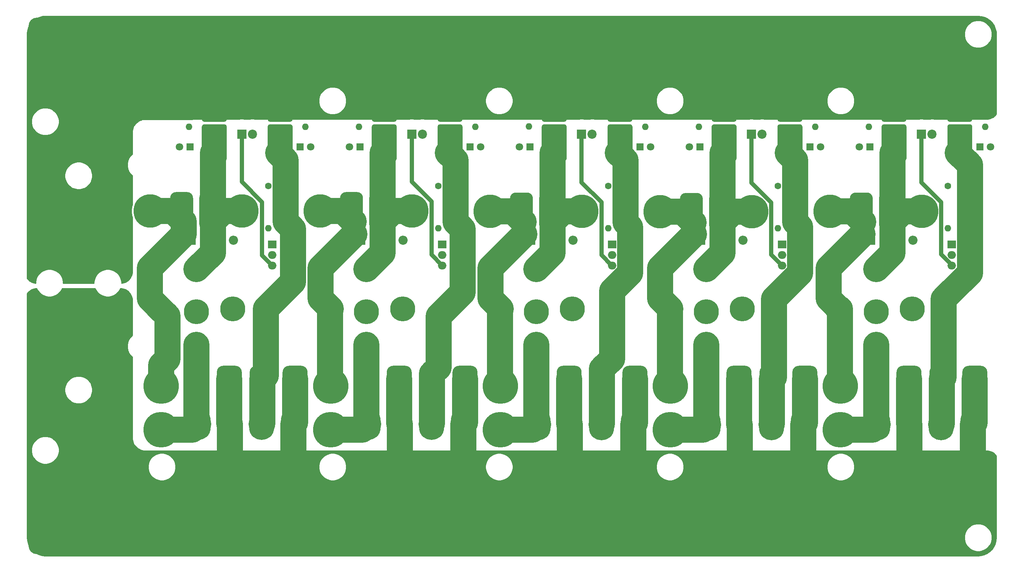
<source format=gbr>
%TF.GenerationSoftware,KiCad,Pcbnew,(5.1.8)-1*%
%TF.CreationDate,2021-07-20T10:02:19+02:00*%
%TF.ProjectId,FJElectricsPCBFront,464a456c-6563-4747-9269-637350434246,rev?*%
%TF.SameCoordinates,Original*%
%TF.FileFunction,Copper,L2,Bot*%
%TF.FilePolarity,Positive*%
%FSLAX46Y46*%
G04 Gerber Fmt 4.6, Leading zero omitted, Abs format (unit mm)*
G04 Created by KiCad (PCBNEW (5.1.8)-1) date 2021-07-20 10:02:19*
%MOMM*%
%LPD*%
G01*
G04 APERTURE LIST*
%TA.AperFunction,ComponentPad*%
%ADD10O,1.600000X1.600000*%
%TD*%
%TA.AperFunction,ComponentPad*%
%ADD11C,1.600000*%
%TD*%
%TA.AperFunction,ComponentPad*%
%ADD12O,2.000000X1.905000*%
%TD*%
%TA.AperFunction,ComponentPad*%
%ADD13R,2.000000X1.905000*%
%TD*%
%TA.AperFunction,ComponentPad*%
%ADD14C,2.200000*%
%TD*%
%TA.AperFunction,ComponentPad*%
%ADD15R,2.200000X2.200000*%
%TD*%
%TA.AperFunction,ComponentPad*%
%ADD16O,2.200000X2.200000*%
%TD*%
%TA.AperFunction,ComponentPad*%
%ADD17C,1.800000*%
%TD*%
%TA.AperFunction,ComponentPad*%
%ADD18R,1.800000X1.800000*%
%TD*%
%TA.AperFunction,ComponentPad*%
%ADD19O,6.000000X7.620000*%
%TD*%
%TA.AperFunction,ComponentPad*%
%ADD20O,8.500000X8.500000*%
%TD*%
%TA.AperFunction,ComponentPad*%
%ADD21C,1.500000*%
%TD*%
%TA.AperFunction,ComponentPad*%
%ADD22C,8.000000*%
%TD*%
%TA.AperFunction,ComponentPad*%
%ADD23C,2.000000*%
%TD*%
%TA.AperFunction,ComponentPad*%
%ADD24C,20.000000*%
%TD*%
%TA.AperFunction,ComponentPad*%
%ADD25C,6.000000*%
%TD*%
%TA.AperFunction,Conductor*%
%ADD26C,1.000000*%
%TD*%
%TA.AperFunction,Conductor*%
%ADD27C,6.300000*%
%TD*%
%TA.AperFunction,Conductor*%
%ADD28C,0.254000*%
%TD*%
%TA.AperFunction,Conductor*%
%ADD29C,0.100000*%
%TD*%
G04 APERTURE END LIST*
D10*
%TO.P,R15,2*%
%TO.N,Net-(Q5-Pad1)*%
X166955000Y-62660000D03*
D11*
%TO.P,R15,1*%
%TO.N,/RELAY_CTL_5*%
X166955000Y-52500000D03*
%TD*%
D10*
%TO.P,R14,2*%
%TO.N,Net-(Q4-Pad1)*%
X85355000Y-62660000D03*
D11*
%TO.P,R14,1*%
%TO.N,/RELAY_CTL_4*%
X85355000Y-52500000D03*
%TD*%
D10*
%TO.P,R13,2*%
%TO.N,Net-(Q3-Pad1)*%
X207755000Y-62660000D03*
D11*
%TO.P,R13,1*%
%TO.N,/RELAY_CTL_3*%
X207755000Y-52500000D03*
%TD*%
D10*
%TO.P,R12,2*%
%TO.N,Net-(Q2-Pad1)*%
X126155000Y-62660000D03*
D11*
%TO.P,R12,1*%
%TO.N,/RELAY_CTL_2*%
X126155000Y-52500000D03*
%TD*%
D12*
%TO.P,Q5,3*%
%TO.N,/LOAD-*%
X167900000Y-71580000D03*
%TO.P,Q5,2*%
%TO.N,Net-(D5-Pad2)*%
X167900000Y-69040000D03*
D13*
%TO.P,Q5,1*%
%TO.N,Net-(Q5-Pad1)*%
X167900000Y-66500000D03*
%TD*%
D12*
%TO.P,Q4,3*%
%TO.N,/LOAD-*%
X86300000Y-71580000D03*
%TO.P,Q4,2*%
%TO.N,Net-(D4-Pad2)*%
X86300000Y-69040000D03*
D13*
%TO.P,Q4,1*%
%TO.N,Net-(Q4-Pad1)*%
X86300000Y-66500000D03*
%TD*%
D12*
%TO.P,Q3,3*%
%TO.N,/LOAD-*%
X208700000Y-71580000D03*
%TO.P,Q3,2*%
%TO.N,Net-(D3-Pad2)*%
X208700000Y-69040000D03*
D13*
%TO.P,Q3,1*%
%TO.N,Net-(Q3-Pad1)*%
X208700000Y-66500000D03*
%TD*%
D12*
%TO.P,Q2,3*%
%TO.N,/LOAD-*%
X127100000Y-71580000D03*
%TO.P,Q2,2*%
%TO.N,Net-(D2-Pad2)*%
X127100000Y-69040000D03*
D13*
%TO.P,Q2,1*%
%TO.N,Net-(Q2-Pad1)*%
X127100000Y-66500000D03*
%TD*%
D14*
%TO.P,J10,2*%
%TO.N,/RELAY_CTL_5*%
X163140000Y-40000000D03*
D15*
%TO.P,J10,1*%
%TO.N,/LOAD-*%
X160600000Y-40000000D03*
%TD*%
D14*
%TO.P,J8,2*%
%TO.N,/RELAY_CTL_4*%
X81540000Y-40000000D03*
D15*
%TO.P,J8,1*%
%TO.N,/LOAD-*%
X79000000Y-40000000D03*
%TD*%
D14*
%TO.P,J7,2*%
%TO.N,/RELAY_CTL_3*%
X203940000Y-40000000D03*
D15*
%TO.P,J7,1*%
%TO.N,/LOAD-*%
X201400000Y-40000000D03*
%TD*%
D14*
%TO.P,J5,2*%
%TO.N,/RELAY_CTL_2*%
X122340000Y-40000000D03*
D15*
%TO.P,J5,1*%
%TO.N,/LOAD-*%
X119800000Y-40000000D03*
%TD*%
D16*
%TO.P,D5,2*%
%TO.N,Net-(D5-Pad2)*%
X158560000Y-65500000D03*
D15*
%TO.P,D5,1*%
%TO.N,Net-(D5-Pad1)*%
X148400000Y-65500000D03*
%TD*%
D16*
%TO.P,D4,2*%
%TO.N,Net-(D4-Pad2)*%
X76960000Y-65500000D03*
D15*
%TO.P,D4,1*%
%TO.N,Net-(D4-Pad1)*%
X66800000Y-65500000D03*
%TD*%
D16*
%TO.P,D3,2*%
%TO.N,Net-(D3-Pad2)*%
X199360000Y-65500000D03*
D15*
%TO.P,D3,1*%
%TO.N,Net-(D3-Pad1)*%
X189200000Y-65500000D03*
%TD*%
D16*
%TO.P,D2,2*%
%TO.N,Net-(D2-Pad2)*%
X117760000Y-65500000D03*
D15*
%TO.P,D2,1*%
%TO.N,Net-(D2-Pad1)*%
X107600000Y-65500000D03*
%TD*%
D14*
%TO.P,J2,2*%
%TO.N,/RELAY_CTL_1*%
X40740000Y-40000000D03*
D15*
%TO.P,J2,1*%
%TO.N,/LOAD-*%
X38200000Y-40000000D03*
%TD*%
D10*
%TO.P,R11,2*%
%TO.N,Net-(Q1-Pad1)*%
X44555000Y-62660000D03*
D11*
%TO.P,R11,1*%
%TO.N,/RELAY_CTL_1*%
X44555000Y-52500000D03*
%TD*%
D12*
%TO.P,Q1,3*%
%TO.N,/LOAD-*%
X45500000Y-71580000D03*
%TO.P,Q1,2*%
%TO.N,Net-(D1-Pad2)*%
X45500000Y-69040000D03*
D13*
%TO.P,Q1,1*%
%TO.N,Net-(Q1-Pad1)*%
X45500000Y-66500000D03*
%TD*%
D16*
%TO.P,D1,2*%
%TO.N,Net-(D1-Pad2)*%
X36160000Y-65500000D03*
D15*
%TO.P,D1,1*%
%TO.N,Net-(D1-Pad1)*%
X26000000Y-65500000D03*
%TD*%
D10*
%TO.P,R4,2*%
%TO.N,Net-(Fuse4-Pad2)*%
X147925000Y-38260000D03*
D11*
%TO.P,R4,1*%
%TO.N,LOAD+*%
X147925000Y-28100000D03*
%TD*%
D10*
%TO.P,R5,2*%
%TO.N,Net-(Fuse5-Pad2)*%
X188725000Y-38260000D03*
D11*
%TO.P,R5,1*%
%TO.N,LOAD+*%
X188725000Y-28100000D03*
%TD*%
D10*
%TO.P,R6,2*%
%TO.N,Net-(Fuse6-Pad2)*%
X53485000Y-38260000D03*
D11*
%TO.P,R6,1*%
%TO.N,LOAD+*%
X53485000Y-28100000D03*
%TD*%
D10*
%TO.P,R7,2*%
%TO.N,Net-(Fuse7-Pad2)*%
X94285000Y-38260000D03*
D11*
%TO.P,R7,1*%
%TO.N,LOAD+*%
X94285000Y-28100000D03*
%TD*%
D10*
%TO.P,R8,2*%
%TO.N,Net-(Fuse8-Pad2)*%
X135085000Y-38260000D03*
D11*
%TO.P,R8,1*%
%TO.N,LOAD+*%
X135085000Y-28100000D03*
%TD*%
D10*
%TO.P,R9,2*%
%TO.N,Net-(Fuse9-Pad2)*%
X175885000Y-38260000D03*
D11*
%TO.P,R9,1*%
%TO.N,LOAD+*%
X175885000Y-28100000D03*
%TD*%
D10*
%TO.P,R10,2*%
%TO.N,Net-(Fuse10-Pad2)*%
X216685000Y-38260000D03*
D11*
%TO.P,R10,1*%
%TO.N,LOAD+*%
X216685000Y-28100000D03*
%TD*%
D17*
%TO.P,Fuse3,2*%
%TO.N,Net-(Fuse3-Pad2)*%
X104864000Y-43100000D03*
D18*
%TO.P,Fuse3,1*%
%TO.N,FUSE3*%
X107404000Y-43100000D03*
%TD*%
D17*
%TO.P,Fuse4,2*%
%TO.N,Net-(Fuse4-Pad2)*%
X145664000Y-43100000D03*
D18*
%TO.P,Fuse4,1*%
%TO.N,FUSE4*%
X148204000Y-43100000D03*
%TD*%
D17*
%TO.P,Fuse5,2*%
%TO.N,Net-(Fuse5-Pad2)*%
X186464000Y-43100000D03*
D18*
%TO.P,Fuse5,1*%
%TO.N,FUSE5*%
X189004000Y-43100000D03*
%TD*%
D17*
%TO.P,Fuse7,2*%
%TO.N,Net-(Fuse7-Pad2)*%
X95550000Y-43100000D03*
D18*
%TO.P,Fuse7,1*%
%TO.N,FUSE7*%
X93010000Y-43100000D03*
%TD*%
D17*
%TO.P,Fuse9,2*%
%TO.N,Net-(Fuse9-Pad2)*%
X177150000Y-43100000D03*
D18*
%TO.P,Fuse9,1*%
%TO.N,FUSE9*%
X174610000Y-43100000D03*
%TD*%
D10*
%TO.P,R3,2*%
%TO.N,Net-(Fuse3-Pad2)*%
X107125000Y-38160000D03*
D11*
%TO.P,R3,1*%
%TO.N,LOAD+*%
X107125000Y-28000000D03*
%TD*%
D17*
%TO.P,Fuse2,2*%
%TO.N,Net-(Fuse2-Pad2)*%
X64064000Y-43100000D03*
D18*
%TO.P,Fuse2,1*%
%TO.N,FUSE2*%
X66604000Y-43100000D03*
%TD*%
D17*
%TO.P,Fuse6,2*%
%TO.N,Net-(Fuse6-Pad2)*%
X54750000Y-43100000D03*
D18*
%TO.P,Fuse6,1*%
%TO.N,FUSE6*%
X52210000Y-43100000D03*
%TD*%
D10*
%TO.P,R2,2*%
%TO.N,Net-(Fuse2-Pad2)*%
X66325000Y-38260000D03*
D11*
%TO.P,R2,1*%
%TO.N,LOAD+*%
X66325000Y-28100000D03*
%TD*%
%TO.P,Fuse_2,2*%
%TO.N,LOAD+*%
%TA.AperFunction,ComponentPad*%
G36*
G01*
X74807000Y-34200000D02*
X70007000Y-34200000D01*
G75*
G02*
X69407000Y-33600000I0J600000D01*
G01*
X69407000Y-28800000D01*
G75*
G02*
X70007000Y-28200000I600000J0D01*
G01*
X74807000Y-28200000D01*
G75*
G02*
X75407000Y-28800000I0J-600000D01*
G01*
X75407000Y-33600000D01*
G75*
G02*
X74807000Y-34200000I-600000J0D01*
G01*
G37*
%TD.AperFunction*%
%TA.AperFunction,ComponentPad*%
G36*
G01*
X74857000Y-37050000D02*
X69957000Y-37050000D01*
G75*
G02*
X69407000Y-36500000I0J550000D01*
G01*
X69407000Y-32100000D01*
G75*
G02*
X69957000Y-31550000I550000J0D01*
G01*
X74857000Y-31550000D01*
G75*
G02*
X75407000Y-32100000I0J-550000D01*
G01*
X75407000Y-36500000D01*
G75*
G02*
X74857000Y-37050000I-550000J0D01*
G01*
G37*
%TD.AperFunction*%
%TO.P,Fuse_2,1*%
%TO.N,FUSE2*%
%TA.AperFunction,ComponentPad*%
G36*
G01*
X74857000Y-43150000D02*
X69957000Y-43150000D01*
G75*
G02*
X69407000Y-42600000I0J550000D01*
G01*
X69407000Y-38200000D01*
G75*
G02*
X69957000Y-37650000I550000J0D01*
G01*
X74857000Y-37650000D01*
G75*
G02*
X75407000Y-38200000I0J-550000D01*
G01*
X75407000Y-42600000D01*
G75*
G02*
X74857000Y-43150000I-550000J0D01*
G01*
G37*
%TD.AperFunction*%
%TA.AperFunction,ComponentPad*%
G36*
G01*
X74807000Y-46500000D02*
X70007000Y-46500000D01*
G75*
G02*
X69407000Y-45900000I0J600000D01*
G01*
X69407000Y-41100000D01*
G75*
G02*
X70007000Y-40500000I600000J0D01*
G01*
X74807000Y-40500000D01*
G75*
G02*
X75407000Y-41100000I0J-600000D01*
G01*
X75407000Y-45900000D01*
G75*
G02*
X74807000Y-46500000I-600000J0D01*
G01*
G37*
%TD.AperFunction*%
%TD*%
%TO.P,Fuse_3,2*%
%TO.N,LOAD+*%
%TA.AperFunction,ComponentPad*%
G36*
G01*
X115607000Y-34200000D02*
X110807000Y-34200000D01*
G75*
G02*
X110207000Y-33600000I0J600000D01*
G01*
X110207000Y-28800000D01*
G75*
G02*
X110807000Y-28200000I600000J0D01*
G01*
X115607000Y-28200000D01*
G75*
G02*
X116207000Y-28800000I0J-600000D01*
G01*
X116207000Y-33600000D01*
G75*
G02*
X115607000Y-34200000I-600000J0D01*
G01*
G37*
%TD.AperFunction*%
%TA.AperFunction,ComponentPad*%
G36*
G01*
X115657000Y-37050000D02*
X110757000Y-37050000D01*
G75*
G02*
X110207000Y-36500000I0J550000D01*
G01*
X110207000Y-32100000D01*
G75*
G02*
X110757000Y-31550000I550000J0D01*
G01*
X115657000Y-31550000D01*
G75*
G02*
X116207000Y-32100000I0J-550000D01*
G01*
X116207000Y-36500000D01*
G75*
G02*
X115657000Y-37050000I-550000J0D01*
G01*
G37*
%TD.AperFunction*%
%TO.P,Fuse_3,1*%
%TO.N,FUSE3*%
%TA.AperFunction,ComponentPad*%
G36*
G01*
X115657000Y-43150000D02*
X110757000Y-43150000D01*
G75*
G02*
X110207000Y-42600000I0J550000D01*
G01*
X110207000Y-38200000D01*
G75*
G02*
X110757000Y-37650000I550000J0D01*
G01*
X115657000Y-37650000D01*
G75*
G02*
X116207000Y-38200000I0J-550000D01*
G01*
X116207000Y-42600000D01*
G75*
G02*
X115657000Y-43150000I-550000J0D01*
G01*
G37*
%TD.AperFunction*%
%TA.AperFunction,ComponentPad*%
G36*
G01*
X115607000Y-46500000D02*
X110807000Y-46500000D01*
G75*
G02*
X110207000Y-45900000I0J600000D01*
G01*
X110207000Y-41100000D01*
G75*
G02*
X110807000Y-40500000I600000J0D01*
G01*
X115607000Y-40500000D01*
G75*
G02*
X116207000Y-41100000I0J-600000D01*
G01*
X116207000Y-45900000D01*
G75*
G02*
X115607000Y-46500000I-600000J0D01*
G01*
G37*
%TD.AperFunction*%
%TD*%
%TO.P,Fuse_4,2*%
%TO.N,LOAD+*%
%TA.AperFunction,ComponentPad*%
G36*
G01*
X156407000Y-34200000D02*
X151607000Y-34200000D01*
G75*
G02*
X151007000Y-33600000I0J600000D01*
G01*
X151007000Y-28800000D01*
G75*
G02*
X151607000Y-28200000I600000J0D01*
G01*
X156407000Y-28200000D01*
G75*
G02*
X157007000Y-28800000I0J-600000D01*
G01*
X157007000Y-33600000D01*
G75*
G02*
X156407000Y-34200000I-600000J0D01*
G01*
G37*
%TD.AperFunction*%
%TA.AperFunction,ComponentPad*%
G36*
G01*
X156457000Y-37050000D02*
X151557000Y-37050000D01*
G75*
G02*
X151007000Y-36500000I0J550000D01*
G01*
X151007000Y-32100000D01*
G75*
G02*
X151557000Y-31550000I550000J0D01*
G01*
X156457000Y-31550000D01*
G75*
G02*
X157007000Y-32100000I0J-550000D01*
G01*
X157007000Y-36500000D01*
G75*
G02*
X156457000Y-37050000I-550000J0D01*
G01*
G37*
%TD.AperFunction*%
%TO.P,Fuse_4,1*%
%TO.N,FUSE4*%
%TA.AperFunction,ComponentPad*%
G36*
G01*
X156457000Y-43150000D02*
X151557000Y-43150000D01*
G75*
G02*
X151007000Y-42600000I0J550000D01*
G01*
X151007000Y-38200000D01*
G75*
G02*
X151557000Y-37650000I550000J0D01*
G01*
X156457000Y-37650000D01*
G75*
G02*
X157007000Y-38200000I0J-550000D01*
G01*
X157007000Y-42600000D01*
G75*
G02*
X156457000Y-43150000I-550000J0D01*
G01*
G37*
%TD.AperFunction*%
%TA.AperFunction,ComponentPad*%
G36*
G01*
X156407000Y-46500000D02*
X151607000Y-46500000D01*
G75*
G02*
X151007000Y-45900000I0J600000D01*
G01*
X151007000Y-41100000D01*
G75*
G02*
X151607000Y-40500000I600000J0D01*
G01*
X156407000Y-40500000D01*
G75*
G02*
X157007000Y-41100000I0J-600000D01*
G01*
X157007000Y-45900000D01*
G75*
G02*
X156407000Y-46500000I-600000J0D01*
G01*
G37*
%TD.AperFunction*%
%TD*%
%TO.P,Fuse_5,2*%
%TO.N,LOAD+*%
%TA.AperFunction,ComponentPad*%
G36*
G01*
X197207000Y-34200000D02*
X192407000Y-34200000D01*
G75*
G02*
X191807000Y-33600000I0J600000D01*
G01*
X191807000Y-28800000D01*
G75*
G02*
X192407000Y-28200000I600000J0D01*
G01*
X197207000Y-28200000D01*
G75*
G02*
X197807000Y-28800000I0J-600000D01*
G01*
X197807000Y-33600000D01*
G75*
G02*
X197207000Y-34200000I-600000J0D01*
G01*
G37*
%TD.AperFunction*%
%TA.AperFunction,ComponentPad*%
G36*
G01*
X197257000Y-37050000D02*
X192357000Y-37050000D01*
G75*
G02*
X191807000Y-36500000I0J550000D01*
G01*
X191807000Y-32100000D01*
G75*
G02*
X192357000Y-31550000I550000J0D01*
G01*
X197257000Y-31550000D01*
G75*
G02*
X197807000Y-32100000I0J-550000D01*
G01*
X197807000Y-36500000D01*
G75*
G02*
X197257000Y-37050000I-550000J0D01*
G01*
G37*
%TD.AperFunction*%
%TO.P,Fuse_5,1*%
%TO.N,FUSE5*%
%TA.AperFunction,ComponentPad*%
G36*
G01*
X197257000Y-43150000D02*
X192357000Y-43150000D01*
G75*
G02*
X191807000Y-42600000I0J550000D01*
G01*
X191807000Y-38200000D01*
G75*
G02*
X192357000Y-37650000I550000J0D01*
G01*
X197257000Y-37650000D01*
G75*
G02*
X197807000Y-38200000I0J-550000D01*
G01*
X197807000Y-42600000D01*
G75*
G02*
X197257000Y-43150000I-550000J0D01*
G01*
G37*
%TD.AperFunction*%
%TA.AperFunction,ComponentPad*%
G36*
G01*
X197207000Y-46500000D02*
X192407000Y-46500000D01*
G75*
G02*
X191807000Y-45900000I0J600000D01*
G01*
X191807000Y-41100000D01*
G75*
G02*
X192407000Y-40500000I600000J0D01*
G01*
X197207000Y-40500000D01*
G75*
G02*
X197807000Y-41100000I0J-600000D01*
G01*
X197807000Y-45900000D01*
G75*
G02*
X197207000Y-46500000I-600000J0D01*
G01*
G37*
%TD.AperFunction*%
%TD*%
%TO.P,Fuse_6,2*%
%TO.N,LOAD+*%
%TA.AperFunction,ComponentPad*%
G36*
G01*
X49807000Y-34200000D02*
X45007000Y-34200000D01*
G75*
G02*
X44407000Y-33600000I0J600000D01*
G01*
X44407000Y-28800000D01*
G75*
G02*
X45007000Y-28200000I600000J0D01*
G01*
X49807000Y-28200000D01*
G75*
G02*
X50407000Y-28800000I0J-600000D01*
G01*
X50407000Y-33600000D01*
G75*
G02*
X49807000Y-34200000I-600000J0D01*
G01*
G37*
%TD.AperFunction*%
%TA.AperFunction,ComponentPad*%
G36*
G01*
X49857000Y-37050000D02*
X44957000Y-37050000D01*
G75*
G02*
X44407000Y-36500000I0J550000D01*
G01*
X44407000Y-32100000D01*
G75*
G02*
X44957000Y-31550000I550000J0D01*
G01*
X49857000Y-31550000D01*
G75*
G02*
X50407000Y-32100000I0J-550000D01*
G01*
X50407000Y-36500000D01*
G75*
G02*
X49857000Y-37050000I-550000J0D01*
G01*
G37*
%TD.AperFunction*%
%TO.P,Fuse_6,1*%
%TO.N,FUSE6*%
%TA.AperFunction,ComponentPad*%
G36*
G01*
X49857000Y-43150000D02*
X44957000Y-43150000D01*
G75*
G02*
X44407000Y-42600000I0J550000D01*
G01*
X44407000Y-38200000D01*
G75*
G02*
X44957000Y-37650000I550000J0D01*
G01*
X49857000Y-37650000D01*
G75*
G02*
X50407000Y-38200000I0J-550000D01*
G01*
X50407000Y-42600000D01*
G75*
G02*
X49857000Y-43150000I-550000J0D01*
G01*
G37*
%TD.AperFunction*%
%TA.AperFunction,ComponentPad*%
G36*
G01*
X49807000Y-46500000D02*
X45007000Y-46500000D01*
G75*
G02*
X44407000Y-45900000I0J600000D01*
G01*
X44407000Y-41100000D01*
G75*
G02*
X45007000Y-40500000I600000J0D01*
G01*
X49807000Y-40500000D01*
G75*
G02*
X50407000Y-41100000I0J-600000D01*
G01*
X50407000Y-45900000D01*
G75*
G02*
X49807000Y-46500000I-600000J0D01*
G01*
G37*
%TD.AperFunction*%
%TD*%
%TO.P,Fuse_8,2*%
%TO.N,LOAD+*%
%TA.AperFunction,ComponentPad*%
G36*
G01*
X131407000Y-34200000D02*
X126607000Y-34200000D01*
G75*
G02*
X126007000Y-33600000I0J600000D01*
G01*
X126007000Y-28800000D01*
G75*
G02*
X126607000Y-28200000I600000J0D01*
G01*
X131407000Y-28200000D01*
G75*
G02*
X132007000Y-28800000I0J-600000D01*
G01*
X132007000Y-33600000D01*
G75*
G02*
X131407000Y-34200000I-600000J0D01*
G01*
G37*
%TD.AperFunction*%
%TA.AperFunction,ComponentPad*%
G36*
G01*
X131457000Y-37050000D02*
X126557000Y-37050000D01*
G75*
G02*
X126007000Y-36500000I0J550000D01*
G01*
X126007000Y-32100000D01*
G75*
G02*
X126557000Y-31550000I550000J0D01*
G01*
X131457000Y-31550000D01*
G75*
G02*
X132007000Y-32100000I0J-550000D01*
G01*
X132007000Y-36500000D01*
G75*
G02*
X131457000Y-37050000I-550000J0D01*
G01*
G37*
%TD.AperFunction*%
%TO.P,Fuse_8,1*%
%TO.N,FUSE8*%
%TA.AperFunction,ComponentPad*%
G36*
G01*
X131457000Y-43150000D02*
X126557000Y-43150000D01*
G75*
G02*
X126007000Y-42600000I0J550000D01*
G01*
X126007000Y-38200000D01*
G75*
G02*
X126557000Y-37650000I550000J0D01*
G01*
X131457000Y-37650000D01*
G75*
G02*
X132007000Y-38200000I0J-550000D01*
G01*
X132007000Y-42600000D01*
G75*
G02*
X131457000Y-43150000I-550000J0D01*
G01*
G37*
%TD.AperFunction*%
%TA.AperFunction,ComponentPad*%
G36*
G01*
X131407000Y-46500000D02*
X126607000Y-46500000D01*
G75*
G02*
X126007000Y-45900000I0J600000D01*
G01*
X126007000Y-41100000D01*
G75*
G02*
X126607000Y-40500000I600000J0D01*
G01*
X131407000Y-40500000D01*
G75*
G02*
X132007000Y-41100000I0J-600000D01*
G01*
X132007000Y-45900000D01*
G75*
G02*
X131407000Y-46500000I-600000J0D01*
G01*
G37*
%TD.AperFunction*%
%TD*%
%TO.P,Fuse_9,2*%
%TO.N,LOAD+*%
%TA.AperFunction,ComponentPad*%
G36*
G01*
X172207000Y-34200000D02*
X167407000Y-34200000D01*
G75*
G02*
X166807000Y-33600000I0J600000D01*
G01*
X166807000Y-28800000D01*
G75*
G02*
X167407000Y-28200000I600000J0D01*
G01*
X172207000Y-28200000D01*
G75*
G02*
X172807000Y-28800000I0J-600000D01*
G01*
X172807000Y-33600000D01*
G75*
G02*
X172207000Y-34200000I-600000J0D01*
G01*
G37*
%TD.AperFunction*%
%TA.AperFunction,ComponentPad*%
G36*
G01*
X172257000Y-37050000D02*
X167357000Y-37050000D01*
G75*
G02*
X166807000Y-36500000I0J550000D01*
G01*
X166807000Y-32100000D01*
G75*
G02*
X167357000Y-31550000I550000J0D01*
G01*
X172257000Y-31550000D01*
G75*
G02*
X172807000Y-32100000I0J-550000D01*
G01*
X172807000Y-36500000D01*
G75*
G02*
X172257000Y-37050000I-550000J0D01*
G01*
G37*
%TD.AperFunction*%
%TO.P,Fuse_9,1*%
%TO.N,FUSE9*%
%TA.AperFunction,ComponentPad*%
G36*
G01*
X172257000Y-43150000D02*
X167357000Y-43150000D01*
G75*
G02*
X166807000Y-42600000I0J550000D01*
G01*
X166807000Y-38200000D01*
G75*
G02*
X167357000Y-37650000I550000J0D01*
G01*
X172257000Y-37650000D01*
G75*
G02*
X172807000Y-38200000I0J-550000D01*
G01*
X172807000Y-42600000D01*
G75*
G02*
X172257000Y-43150000I-550000J0D01*
G01*
G37*
%TD.AperFunction*%
%TA.AperFunction,ComponentPad*%
G36*
G01*
X172207000Y-46500000D02*
X167407000Y-46500000D01*
G75*
G02*
X166807000Y-45900000I0J600000D01*
G01*
X166807000Y-41100000D01*
G75*
G02*
X167407000Y-40500000I600000J0D01*
G01*
X172207000Y-40500000D01*
G75*
G02*
X172807000Y-41100000I0J-600000D01*
G01*
X172807000Y-45900000D01*
G75*
G02*
X172207000Y-46500000I-600000J0D01*
G01*
G37*
%TD.AperFunction*%
%TD*%
%TO.P,Fuse_10,2*%
%TO.N,LOAD+*%
%TA.AperFunction,ComponentPad*%
G36*
G01*
X213007000Y-34200000D02*
X208207000Y-34200000D01*
G75*
G02*
X207607000Y-33600000I0J600000D01*
G01*
X207607000Y-28800000D01*
G75*
G02*
X208207000Y-28200000I600000J0D01*
G01*
X213007000Y-28200000D01*
G75*
G02*
X213607000Y-28800000I0J-600000D01*
G01*
X213607000Y-33600000D01*
G75*
G02*
X213007000Y-34200000I-600000J0D01*
G01*
G37*
%TD.AperFunction*%
%TA.AperFunction,ComponentPad*%
G36*
G01*
X213057000Y-37050000D02*
X208157000Y-37050000D01*
G75*
G02*
X207607000Y-36500000I0J550000D01*
G01*
X207607000Y-32100000D01*
G75*
G02*
X208157000Y-31550000I550000J0D01*
G01*
X213057000Y-31550000D01*
G75*
G02*
X213607000Y-32100000I0J-550000D01*
G01*
X213607000Y-36500000D01*
G75*
G02*
X213057000Y-37050000I-550000J0D01*
G01*
G37*
%TD.AperFunction*%
%TO.P,Fuse_10,1*%
%TO.N,FUSE10*%
%TA.AperFunction,ComponentPad*%
G36*
G01*
X213057000Y-43150000D02*
X208157000Y-43150000D01*
G75*
G02*
X207607000Y-42600000I0J550000D01*
G01*
X207607000Y-38200000D01*
G75*
G02*
X208157000Y-37650000I550000J0D01*
G01*
X213057000Y-37650000D01*
G75*
G02*
X213607000Y-38200000I0J-550000D01*
G01*
X213607000Y-42600000D01*
G75*
G02*
X213057000Y-43150000I-550000J0D01*
G01*
G37*
%TD.AperFunction*%
%TA.AperFunction,ComponentPad*%
G36*
G01*
X213007000Y-46500000D02*
X208207000Y-46500000D01*
G75*
G02*
X207607000Y-45900000I0J600000D01*
G01*
X207607000Y-41100000D01*
G75*
G02*
X208207000Y-40500000I600000J0D01*
G01*
X213007000Y-40500000D01*
G75*
G02*
X213607000Y-41100000I0J-600000D01*
G01*
X213607000Y-45900000D01*
G75*
G02*
X213007000Y-46500000I-600000J0D01*
G01*
G37*
%TD.AperFunction*%
%TD*%
D19*
%TO.P,J3,2*%
%TO.N,/SLOAD1+*%
X27720000Y-109700000D03*
%TO.P,J3,1*%
%TO.N,/LOAD-*%
X35340000Y-109700000D03*
%TD*%
%TO.P,J6,2*%
%TO.N,/SLOAD3+*%
X109320000Y-109790000D03*
%TO.P,J6,1*%
%TO.N,/LOAD-*%
X116940000Y-109790000D03*
%TD*%
%TO.P,J9,2*%
%TO.N,/SLOAD4+*%
X150120000Y-109900000D03*
%TO.P,J9,1*%
%TO.N,/LOAD-*%
X157740000Y-109900000D03*
%TD*%
%TO.P,J14,2*%
%TO.N,/SLOAD5+*%
X190920000Y-109790000D03*
%TO.P,J14,1*%
%TO.N,/LOAD-*%
X198540000Y-109790000D03*
%TD*%
%TO.P,J15,1*%
%TO.N,FUSE6*%
%TA.AperFunction,ComponentPad*%
G36*
G01*
X40100000Y-102900000D02*
X40100000Y-97200000D01*
G75*
G02*
X41600000Y-95700000I1500000J0D01*
G01*
X44600000Y-95700000D01*
G75*
G02*
X46100000Y-97200000I0J-1500000D01*
G01*
X46100000Y-102900000D01*
G75*
G02*
X44600000Y-104400000I-1500000J0D01*
G01*
X41600000Y-104400000D01*
G75*
G02*
X40100000Y-102900000I0J1500000D01*
G01*
G37*
%TD.AperFunction*%
%TO.P,J15,2*%
%TO.N,/LOAD-*%
%TA.AperFunction,ComponentPad*%
G36*
G01*
X48000000Y-102900000D02*
X48000000Y-97200000D01*
G75*
G02*
X49500000Y-95700000I1500000J0D01*
G01*
X52500000Y-95700000D01*
G75*
G02*
X54000000Y-97200000I0J-1500000D01*
G01*
X54000000Y-102900000D01*
G75*
G02*
X52500000Y-104400000I-1500000J0D01*
G01*
X49500000Y-104400000D01*
G75*
G02*
X48000000Y-102900000I0J1500000D01*
G01*
G37*
%TD.AperFunction*%
%TD*%
%TO.P,J16,1*%
%TO.N,FUSE7*%
%TA.AperFunction,ComponentPad*%
G36*
G01*
X80900000Y-102895000D02*
X80900000Y-97195000D01*
G75*
G02*
X82400000Y-95695000I1500000J0D01*
G01*
X85400000Y-95695000D01*
G75*
G02*
X86900000Y-97195000I0J-1500000D01*
G01*
X86900000Y-102895000D01*
G75*
G02*
X85400000Y-104395000I-1500000J0D01*
G01*
X82400000Y-104395000D01*
G75*
G02*
X80900000Y-102895000I0J1500000D01*
G01*
G37*
%TD.AperFunction*%
%TO.P,J16,2*%
%TO.N,/LOAD-*%
%TA.AperFunction,ComponentPad*%
G36*
G01*
X88800000Y-102895000D02*
X88800000Y-97195000D01*
G75*
G02*
X90300000Y-95695000I1500000J0D01*
G01*
X93300000Y-95695000D01*
G75*
G02*
X94800000Y-97195000I0J-1500000D01*
G01*
X94800000Y-102895000D01*
G75*
G02*
X93300000Y-104395000I-1500000J0D01*
G01*
X90300000Y-104395000D01*
G75*
G02*
X88800000Y-102895000I0J1500000D01*
G01*
G37*
%TD.AperFunction*%
%TD*%
%TO.P,J19,1*%
%TO.N,FUSE8*%
%TA.AperFunction,ComponentPad*%
G36*
G01*
X121700000Y-102900000D02*
X121700000Y-97200000D01*
G75*
G02*
X123200000Y-95700000I1500000J0D01*
G01*
X126200000Y-95700000D01*
G75*
G02*
X127700000Y-97200000I0J-1500000D01*
G01*
X127700000Y-102900000D01*
G75*
G02*
X126200000Y-104400000I-1500000J0D01*
G01*
X123200000Y-104400000D01*
G75*
G02*
X121700000Y-102900000I0J1500000D01*
G01*
G37*
%TD.AperFunction*%
%TO.P,J19,2*%
%TO.N,/LOAD-*%
%TA.AperFunction,ComponentPad*%
G36*
G01*
X129600000Y-102900000D02*
X129600000Y-97200000D01*
G75*
G02*
X131100000Y-95700000I1500000J0D01*
G01*
X134100000Y-95700000D01*
G75*
G02*
X135600000Y-97200000I0J-1500000D01*
G01*
X135600000Y-102900000D01*
G75*
G02*
X134100000Y-104400000I-1500000J0D01*
G01*
X131100000Y-104400000D01*
G75*
G02*
X129600000Y-102900000I0J1500000D01*
G01*
G37*
%TD.AperFunction*%
%TD*%
%TO.P,J20,2*%
%TO.N,FUSE7*%
X83760000Y-109700000D03*
%TO.P,J20,1*%
%TO.N,/LOAD-*%
X91380000Y-109700000D03*
%TD*%
%TO.P,J22,1*%
%TO.N,FUSE9*%
%TA.AperFunction,ComponentPad*%
G36*
G01*
X162500000Y-102900000D02*
X162500000Y-97200000D01*
G75*
G02*
X164000000Y-95700000I1500000J0D01*
G01*
X167000000Y-95700000D01*
G75*
G02*
X168500000Y-97200000I0J-1500000D01*
G01*
X168500000Y-102900000D01*
G75*
G02*
X167000000Y-104400000I-1500000J0D01*
G01*
X164000000Y-104400000D01*
G75*
G02*
X162500000Y-102900000I0J1500000D01*
G01*
G37*
%TD.AperFunction*%
%TO.P,J22,2*%
%TO.N,/LOAD-*%
%TA.AperFunction,ComponentPad*%
G36*
G01*
X170400000Y-102900000D02*
X170400000Y-97200000D01*
G75*
G02*
X171900000Y-95700000I1500000J0D01*
G01*
X174900000Y-95700000D01*
G75*
G02*
X176400000Y-97200000I0J-1500000D01*
G01*
X176400000Y-102900000D01*
G75*
G02*
X174900000Y-104400000I-1500000J0D01*
G01*
X171900000Y-104400000D01*
G75*
G02*
X170400000Y-102900000I0J1500000D01*
G01*
G37*
%TD.AperFunction*%
%TD*%
%TO.P,J24,2*%
%TO.N,FUSE8*%
X124560000Y-109790000D03*
%TO.P,J24,1*%
%TO.N,/LOAD-*%
X132180000Y-109790000D03*
%TD*%
%TO.P,J25,1*%
%TO.N,FUSE10*%
%TA.AperFunction,ComponentPad*%
G36*
G01*
X203300000Y-102900000D02*
X203300000Y-97200000D01*
G75*
G02*
X204800000Y-95700000I1500000J0D01*
G01*
X207800000Y-95700000D01*
G75*
G02*
X209300000Y-97200000I0J-1500000D01*
G01*
X209300000Y-102900000D01*
G75*
G02*
X207800000Y-104400000I-1500000J0D01*
G01*
X204800000Y-104400000D01*
G75*
G02*
X203300000Y-102900000I0J1500000D01*
G01*
G37*
%TD.AperFunction*%
%TO.P,J25,2*%
%TO.N,/LOAD-*%
%TA.AperFunction,ComponentPad*%
G36*
G01*
X211200000Y-102900000D02*
X211200000Y-97200000D01*
G75*
G02*
X212700000Y-95700000I1500000J0D01*
G01*
X215700000Y-95700000D01*
G75*
G02*
X217200000Y-97200000I0J-1500000D01*
G01*
X217200000Y-102900000D01*
G75*
G02*
X215700000Y-104400000I-1500000J0D01*
G01*
X212700000Y-104400000D01*
G75*
G02*
X211200000Y-102900000I0J1500000D01*
G01*
G37*
%TD.AperFunction*%
%TD*%
%TO.P,J26,2*%
%TO.N,FUSE9*%
X165360000Y-109800000D03*
%TO.P,J26,1*%
%TO.N,/LOAD-*%
X172980000Y-109800000D03*
%TD*%
%TO.P,J27,2*%
%TO.N,FUSE10*%
X206160000Y-109790000D03*
%TO.P,J27,1*%
%TO.N,/LOAD-*%
X213780000Y-109790000D03*
%TD*%
%TO.P,J29,1*%
%TO.N,/SLOAD1+*%
%TA.AperFunction,ComponentPad*%
G36*
G01*
X24300000Y-102900000D02*
X24300000Y-97200000D01*
G75*
G02*
X25800000Y-95700000I1500000J0D01*
G01*
X28800000Y-95700000D01*
G75*
G02*
X30300000Y-97200000I0J-1500000D01*
G01*
X30300000Y-102900000D01*
G75*
G02*
X28800000Y-104400000I-1500000J0D01*
G01*
X25800000Y-104400000D01*
G75*
G02*
X24300000Y-102900000I0J1500000D01*
G01*
G37*
%TD.AperFunction*%
%TO.P,J29,2*%
%TO.N,/LOAD-*%
%TA.AperFunction,ComponentPad*%
G36*
G01*
X32200000Y-102900000D02*
X32200000Y-97200000D01*
G75*
G02*
X33700000Y-95700000I1500000J0D01*
G01*
X36700000Y-95700000D01*
G75*
G02*
X38200000Y-97200000I0J-1500000D01*
G01*
X38200000Y-102900000D01*
G75*
G02*
X36700000Y-104400000I-1500000J0D01*
G01*
X33700000Y-104400000D01*
G75*
G02*
X32200000Y-102900000I0J1500000D01*
G01*
G37*
%TD.AperFunction*%
%TD*%
%TO.P,J30,1*%
%TO.N,/SLOAD3+*%
%TA.AperFunction,ComponentPad*%
G36*
G01*
X105900000Y-102900000D02*
X105900000Y-97200000D01*
G75*
G02*
X107400000Y-95700000I1500000J0D01*
G01*
X110400000Y-95700000D01*
G75*
G02*
X111900000Y-97200000I0J-1500000D01*
G01*
X111900000Y-102900000D01*
G75*
G02*
X110400000Y-104400000I-1500000J0D01*
G01*
X107400000Y-104400000D01*
G75*
G02*
X105900000Y-102900000I0J1500000D01*
G01*
G37*
%TD.AperFunction*%
%TO.P,J30,2*%
%TO.N,/LOAD-*%
%TA.AperFunction,ComponentPad*%
G36*
G01*
X113800000Y-102900000D02*
X113800000Y-97200000D01*
G75*
G02*
X115300000Y-95700000I1500000J0D01*
G01*
X118300000Y-95700000D01*
G75*
G02*
X119800000Y-97200000I0J-1500000D01*
G01*
X119800000Y-102900000D01*
G75*
G02*
X118300000Y-104400000I-1500000J0D01*
G01*
X115300000Y-104400000D01*
G75*
G02*
X113800000Y-102900000I0J1500000D01*
G01*
G37*
%TD.AperFunction*%
%TD*%
%TO.P,J31,1*%
%TO.N,/SLOAD5+*%
%TA.AperFunction,ComponentPad*%
G36*
G01*
X187500000Y-102900000D02*
X187500000Y-97200000D01*
G75*
G02*
X189000000Y-95700000I1500000J0D01*
G01*
X192000000Y-95700000D01*
G75*
G02*
X193500000Y-97200000I0J-1500000D01*
G01*
X193500000Y-102900000D01*
G75*
G02*
X192000000Y-104400000I-1500000J0D01*
G01*
X189000000Y-104400000D01*
G75*
G02*
X187500000Y-102900000I0J1500000D01*
G01*
G37*
%TD.AperFunction*%
%TO.P,J31,2*%
%TO.N,/LOAD-*%
%TA.AperFunction,ComponentPad*%
G36*
G01*
X195400000Y-102900000D02*
X195400000Y-97200000D01*
G75*
G02*
X196900000Y-95700000I1500000J0D01*
G01*
X199900000Y-95700000D01*
G75*
G02*
X201400000Y-97200000I0J-1500000D01*
G01*
X201400000Y-102900000D01*
G75*
G02*
X199900000Y-104400000I-1500000J0D01*
G01*
X196900000Y-104400000D01*
G75*
G02*
X195400000Y-102900000I0J1500000D01*
G01*
G37*
%TD.AperFunction*%
%TD*%
D20*
%TO.P,J32,1*%
%TO.N,Net-(D1-Pad1)*%
X18800000Y-100600000D03*
%TO.P,J32,2*%
%TO.N,/SLOAD1+*%
X18800000Y-111100000D03*
%TD*%
%TO.P,J33,1*%
%TO.N,Net-(D2-Pad1)*%
X100300000Y-100600000D03*
%TO.P,J33,2*%
%TO.N,/SLOAD3+*%
X100300000Y-111100000D03*
%TD*%
%TO.P,J34,1*%
%TO.N,Net-(D3-Pad1)*%
X181900000Y-100600000D03*
%TO.P,J34,2*%
%TO.N,/SLOAD5+*%
X181900000Y-111100000D03*
%TD*%
%TO.P,J35,1*%
%TO.N,/SLOAD2+*%
%TA.AperFunction,ComponentPad*%
G36*
G01*
X65100000Y-102900000D02*
X65100000Y-97200000D01*
G75*
G02*
X66600000Y-95700000I1500000J0D01*
G01*
X69600000Y-95700000D01*
G75*
G02*
X71100000Y-97200000I0J-1500000D01*
G01*
X71100000Y-102900000D01*
G75*
G02*
X69600000Y-104400000I-1500000J0D01*
G01*
X66600000Y-104400000D01*
G75*
G02*
X65100000Y-102900000I0J1500000D01*
G01*
G37*
%TD.AperFunction*%
%TO.P,J35,2*%
%TO.N,/LOAD-*%
%TA.AperFunction,ComponentPad*%
G36*
G01*
X73000000Y-102900000D02*
X73000000Y-97200000D01*
G75*
G02*
X74500000Y-95700000I1500000J0D01*
G01*
X77500000Y-95700000D01*
G75*
G02*
X79000000Y-97200000I0J-1500000D01*
G01*
X79000000Y-102900000D01*
G75*
G02*
X77500000Y-104400000I-1500000J0D01*
G01*
X74500000Y-104400000D01*
G75*
G02*
X73000000Y-102900000I0J1500000D01*
G01*
G37*
%TD.AperFunction*%
%TD*%
%TO.P,J36,1*%
%TO.N,/SLOAD4+*%
%TA.AperFunction,ComponentPad*%
G36*
G01*
X146700000Y-102900000D02*
X146700000Y-97200000D01*
G75*
G02*
X148200000Y-95700000I1500000J0D01*
G01*
X151200000Y-95700000D01*
G75*
G02*
X152700000Y-97200000I0J-1500000D01*
G01*
X152700000Y-102900000D01*
G75*
G02*
X151200000Y-104400000I-1500000J0D01*
G01*
X148200000Y-104400000D01*
G75*
G02*
X146700000Y-102900000I0J1500000D01*
G01*
G37*
%TD.AperFunction*%
%TO.P,J36,2*%
%TO.N,/LOAD-*%
%TA.AperFunction,ComponentPad*%
G36*
G01*
X154600000Y-102900000D02*
X154600000Y-97200000D01*
G75*
G02*
X156100000Y-95700000I1500000J0D01*
G01*
X159100000Y-95700000D01*
G75*
G02*
X160600000Y-97200000I0J-1500000D01*
G01*
X160600000Y-102900000D01*
G75*
G02*
X159100000Y-104400000I-1500000J0D01*
G01*
X156100000Y-104400000D01*
G75*
G02*
X154600000Y-102900000I0J1500000D01*
G01*
G37*
%TD.AperFunction*%
%TD*%
%TO.P,J37,1*%
%TO.N,Net-(D4-Pad1)*%
X59600000Y-100600000D03*
%TO.P,J37,2*%
%TO.N,/SLOAD2+*%
X59600000Y-111100000D03*
%TD*%
%TO.P,J38,1*%
%TO.N,Net-(D5-Pad1)*%
X141100000Y-100600000D03*
%TO.P,J38,2*%
%TO.N,/SLOAD4+*%
X141100000Y-111100000D03*
%TD*%
D21*
%TO.P,SW1,2*%
%TO.N,Net-(D1-Pad1)*%
X24750000Y-58450000D03*
%TO.P,SW1,1*%
%TO.N,FUSE1*%
X29750000Y-58450000D03*
D22*
X38250000Y-58500000D03*
%TO.P,SW1,2*%
%TO.N,Net-(D1-Pad1)*%
X16250000Y-58500000D03*
%TO.P,SW1,1*%
%TO.N,FUSE1*%
%TA.AperFunction,ComponentPad*%
G36*
G01*
X29375000Y-53950000D02*
X32125000Y-53950000D01*
G75*
G02*
X33500000Y-55325000I0J-1375000D01*
G01*
X33500000Y-58575000D01*
G75*
G02*
X32125000Y-59950000I-1375000J0D01*
G01*
X29375000Y-59950000D01*
G75*
G02*
X28000000Y-58575000I0J1375000D01*
G01*
X28000000Y-55325000D01*
G75*
G02*
X29375000Y-53950000I1375000J0D01*
G01*
G37*
%TD.AperFunction*%
%TO.P,SW1,2*%
%TO.N,Net-(D1-Pad1)*%
%TA.AperFunction,ComponentPad*%
G36*
G01*
X22375000Y-53950000D02*
X25125000Y-53950000D01*
G75*
G02*
X26500000Y-55325000I0J-1375000D01*
G01*
X26500000Y-58575000D01*
G75*
G02*
X25125000Y-59950000I-1375000J0D01*
G01*
X22375000Y-59950000D01*
G75*
G02*
X21000000Y-58575000I0J1375000D01*
G01*
X21000000Y-55325000D01*
G75*
G02*
X22375000Y-53950000I1375000J0D01*
G01*
G37*
%TD.AperFunction*%
%TA.AperFunction,ComponentPad*%
G36*
G01*
X22375000Y-57050000D02*
X25125000Y-57050000D01*
G75*
G02*
X26500000Y-58425000I0J-1375000D01*
G01*
X26500000Y-61675000D01*
G75*
G02*
X25125000Y-63050000I-1375000J0D01*
G01*
X22375000Y-63050000D01*
G75*
G02*
X21000000Y-61675000I0J1375000D01*
G01*
X21000000Y-58425000D01*
G75*
G02*
X22375000Y-57050000I1375000J0D01*
G01*
G37*
%TD.AperFunction*%
%TO.P,SW1,1*%
%TO.N,FUSE1*%
%TA.AperFunction,ComponentPad*%
G36*
G01*
X29375000Y-57050000D02*
X32125000Y-57050000D01*
G75*
G02*
X33500000Y-58425000I0J-1375000D01*
G01*
X33500000Y-61675000D01*
G75*
G02*
X32125000Y-63050000I-1375000J0D01*
G01*
X29375000Y-63050000D01*
G75*
G02*
X28000000Y-61675000I0J1375000D01*
G01*
X28000000Y-58425000D01*
G75*
G02*
X29375000Y-57050000I1375000J0D01*
G01*
G37*
%TD.AperFunction*%
%TD*%
D21*
%TO.P,SW2,2*%
%TO.N,Net-(D2-Pad1)*%
X106350000Y-58550000D03*
%TO.P,SW2,1*%
%TO.N,FUSE3*%
X111350000Y-58550000D03*
D22*
X119850000Y-58600000D03*
%TO.P,SW2,2*%
%TO.N,Net-(D2-Pad1)*%
X97850000Y-58600000D03*
%TO.P,SW2,1*%
%TO.N,FUSE3*%
%TA.AperFunction,ComponentPad*%
G36*
G01*
X110975000Y-54050000D02*
X113725000Y-54050000D01*
G75*
G02*
X115100000Y-55425000I0J-1375000D01*
G01*
X115100000Y-58675000D01*
G75*
G02*
X113725000Y-60050000I-1375000J0D01*
G01*
X110975000Y-60050000D01*
G75*
G02*
X109600000Y-58675000I0J1375000D01*
G01*
X109600000Y-55425000D01*
G75*
G02*
X110975000Y-54050000I1375000J0D01*
G01*
G37*
%TD.AperFunction*%
%TO.P,SW2,2*%
%TO.N,Net-(D2-Pad1)*%
%TA.AperFunction,ComponentPad*%
G36*
G01*
X103975000Y-54050000D02*
X106725000Y-54050000D01*
G75*
G02*
X108100000Y-55425000I0J-1375000D01*
G01*
X108100000Y-58675000D01*
G75*
G02*
X106725000Y-60050000I-1375000J0D01*
G01*
X103975000Y-60050000D01*
G75*
G02*
X102600000Y-58675000I0J1375000D01*
G01*
X102600000Y-55425000D01*
G75*
G02*
X103975000Y-54050000I1375000J0D01*
G01*
G37*
%TD.AperFunction*%
%TA.AperFunction,ComponentPad*%
G36*
G01*
X103975000Y-57150000D02*
X106725000Y-57150000D01*
G75*
G02*
X108100000Y-58525000I0J-1375000D01*
G01*
X108100000Y-61775000D01*
G75*
G02*
X106725000Y-63150000I-1375000J0D01*
G01*
X103975000Y-63150000D01*
G75*
G02*
X102600000Y-61775000I0J1375000D01*
G01*
X102600000Y-58525000D01*
G75*
G02*
X103975000Y-57150000I1375000J0D01*
G01*
G37*
%TD.AperFunction*%
%TO.P,SW2,1*%
%TO.N,FUSE3*%
%TA.AperFunction,ComponentPad*%
G36*
G01*
X110975000Y-57150000D02*
X113725000Y-57150000D01*
G75*
G02*
X115100000Y-58525000I0J-1375000D01*
G01*
X115100000Y-61775000D01*
G75*
G02*
X113725000Y-63150000I-1375000J0D01*
G01*
X110975000Y-63150000D01*
G75*
G02*
X109600000Y-61775000I0J1375000D01*
G01*
X109600000Y-58525000D01*
G75*
G02*
X110975000Y-57150000I1375000J0D01*
G01*
G37*
%TD.AperFunction*%
%TD*%
D21*
%TO.P,SW3,2*%
%TO.N,Net-(D3-Pad1)*%
X187950000Y-58550000D03*
%TO.P,SW3,1*%
%TO.N,FUSE5*%
X192950000Y-58550000D03*
D22*
X201450000Y-58600000D03*
%TO.P,SW3,2*%
%TO.N,Net-(D3-Pad1)*%
X179450000Y-58600000D03*
%TO.P,SW3,1*%
%TO.N,FUSE5*%
%TA.AperFunction,ComponentPad*%
G36*
G01*
X192575000Y-54050000D02*
X195325000Y-54050000D01*
G75*
G02*
X196700000Y-55425000I0J-1375000D01*
G01*
X196700000Y-58675000D01*
G75*
G02*
X195325000Y-60050000I-1375000J0D01*
G01*
X192575000Y-60050000D01*
G75*
G02*
X191200000Y-58675000I0J1375000D01*
G01*
X191200000Y-55425000D01*
G75*
G02*
X192575000Y-54050000I1375000J0D01*
G01*
G37*
%TD.AperFunction*%
%TO.P,SW3,2*%
%TO.N,Net-(D3-Pad1)*%
%TA.AperFunction,ComponentPad*%
G36*
G01*
X185575000Y-54050000D02*
X188325000Y-54050000D01*
G75*
G02*
X189700000Y-55425000I0J-1375000D01*
G01*
X189700000Y-58675000D01*
G75*
G02*
X188325000Y-60050000I-1375000J0D01*
G01*
X185575000Y-60050000D01*
G75*
G02*
X184200000Y-58675000I0J1375000D01*
G01*
X184200000Y-55425000D01*
G75*
G02*
X185575000Y-54050000I1375000J0D01*
G01*
G37*
%TD.AperFunction*%
%TA.AperFunction,ComponentPad*%
G36*
G01*
X185575000Y-57150000D02*
X188325000Y-57150000D01*
G75*
G02*
X189700000Y-58525000I0J-1375000D01*
G01*
X189700000Y-61775000D01*
G75*
G02*
X188325000Y-63150000I-1375000J0D01*
G01*
X185575000Y-63150000D01*
G75*
G02*
X184200000Y-61775000I0J1375000D01*
G01*
X184200000Y-58525000D01*
G75*
G02*
X185575000Y-57150000I1375000J0D01*
G01*
G37*
%TD.AperFunction*%
%TO.P,SW3,1*%
%TO.N,FUSE5*%
%TA.AperFunction,ComponentPad*%
G36*
G01*
X192575000Y-57150000D02*
X195325000Y-57150000D01*
G75*
G02*
X196700000Y-58525000I0J-1375000D01*
G01*
X196700000Y-61775000D01*
G75*
G02*
X195325000Y-63150000I-1375000J0D01*
G01*
X192575000Y-63150000D01*
G75*
G02*
X191200000Y-61775000I0J1375000D01*
G01*
X191200000Y-58525000D01*
G75*
G02*
X192575000Y-57150000I1375000J0D01*
G01*
G37*
%TD.AperFunction*%
%TD*%
D21*
%TO.P,SW4,2*%
%TO.N,Net-(D4-Pad1)*%
X65550000Y-58450000D03*
%TO.P,SW4,1*%
%TO.N,FUSE2*%
X70550000Y-58450000D03*
D22*
X79050000Y-58500000D03*
%TO.P,SW4,2*%
%TO.N,Net-(D4-Pad1)*%
X57050000Y-58500000D03*
%TO.P,SW4,1*%
%TO.N,FUSE2*%
%TA.AperFunction,ComponentPad*%
G36*
G01*
X70175000Y-53950000D02*
X72925000Y-53950000D01*
G75*
G02*
X74300000Y-55325000I0J-1375000D01*
G01*
X74300000Y-58575000D01*
G75*
G02*
X72925000Y-59950000I-1375000J0D01*
G01*
X70175000Y-59950000D01*
G75*
G02*
X68800000Y-58575000I0J1375000D01*
G01*
X68800000Y-55325000D01*
G75*
G02*
X70175000Y-53950000I1375000J0D01*
G01*
G37*
%TD.AperFunction*%
%TO.P,SW4,2*%
%TO.N,Net-(D4-Pad1)*%
%TA.AperFunction,ComponentPad*%
G36*
G01*
X63175000Y-53950000D02*
X65925000Y-53950000D01*
G75*
G02*
X67300000Y-55325000I0J-1375000D01*
G01*
X67300000Y-58575000D01*
G75*
G02*
X65925000Y-59950000I-1375000J0D01*
G01*
X63175000Y-59950000D01*
G75*
G02*
X61800000Y-58575000I0J1375000D01*
G01*
X61800000Y-55325000D01*
G75*
G02*
X63175000Y-53950000I1375000J0D01*
G01*
G37*
%TD.AperFunction*%
%TA.AperFunction,ComponentPad*%
G36*
G01*
X63175000Y-57050000D02*
X65925000Y-57050000D01*
G75*
G02*
X67300000Y-58425000I0J-1375000D01*
G01*
X67300000Y-61675000D01*
G75*
G02*
X65925000Y-63050000I-1375000J0D01*
G01*
X63175000Y-63050000D01*
G75*
G02*
X61800000Y-61675000I0J1375000D01*
G01*
X61800000Y-58425000D01*
G75*
G02*
X63175000Y-57050000I1375000J0D01*
G01*
G37*
%TD.AperFunction*%
%TO.P,SW4,1*%
%TO.N,FUSE2*%
%TA.AperFunction,ComponentPad*%
G36*
G01*
X70175000Y-57050000D02*
X72925000Y-57050000D01*
G75*
G02*
X74300000Y-58425000I0J-1375000D01*
G01*
X74300000Y-61675000D01*
G75*
G02*
X72925000Y-63050000I-1375000J0D01*
G01*
X70175000Y-63050000D01*
G75*
G02*
X68800000Y-61675000I0J1375000D01*
G01*
X68800000Y-58425000D01*
G75*
G02*
X70175000Y-57050000I1375000J0D01*
G01*
G37*
%TD.AperFunction*%
%TD*%
D21*
%TO.P,SW5,2*%
%TO.N,Net-(D5-Pad1)*%
X147150000Y-58650000D03*
%TO.P,SW5,1*%
%TO.N,FUSE4*%
X152150000Y-58650000D03*
D22*
X160650000Y-58700000D03*
%TO.P,SW5,2*%
%TO.N,Net-(D5-Pad1)*%
X138650000Y-58700000D03*
%TO.P,SW5,1*%
%TO.N,FUSE4*%
%TA.AperFunction,ComponentPad*%
G36*
G01*
X151775000Y-54150000D02*
X154525000Y-54150000D01*
G75*
G02*
X155900000Y-55525000I0J-1375000D01*
G01*
X155900000Y-58775000D01*
G75*
G02*
X154525000Y-60150000I-1375000J0D01*
G01*
X151775000Y-60150000D01*
G75*
G02*
X150400000Y-58775000I0J1375000D01*
G01*
X150400000Y-55525000D01*
G75*
G02*
X151775000Y-54150000I1375000J0D01*
G01*
G37*
%TD.AperFunction*%
%TO.P,SW5,2*%
%TO.N,Net-(D5-Pad1)*%
%TA.AperFunction,ComponentPad*%
G36*
G01*
X144775000Y-54150000D02*
X147525000Y-54150000D01*
G75*
G02*
X148900000Y-55525000I0J-1375000D01*
G01*
X148900000Y-58775000D01*
G75*
G02*
X147525000Y-60150000I-1375000J0D01*
G01*
X144775000Y-60150000D01*
G75*
G02*
X143400000Y-58775000I0J1375000D01*
G01*
X143400000Y-55525000D01*
G75*
G02*
X144775000Y-54150000I1375000J0D01*
G01*
G37*
%TD.AperFunction*%
%TA.AperFunction,ComponentPad*%
G36*
G01*
X144775000Y-57250000D02*
X147525000Y-57250000D01*
G75*
G02*
X148900000Y-58625000I0J-1375000D01*
G01*
X148900000Y-61875000D01*
G75*
G02*
X147525000Y-63250000I-1375000J0D01*
G01*
X144775000Y-63250000D01*
G75*
G02*
X143400000Y-61875000I0J1375000D01*
G01*
X143400000Y-58625000D01*
G75*
G02*
X144775000Y-57250000I1375000J0D01*
G01*
G37*
%TD.AperFunction*%
%TO.P,SW5,1*%
%TO.N,FUSE4*%
%TA.AperFunction,ComponentPad*%
G36*
G01*
X151775000Y-57250000D02*
X154525000Y-57250000D01*
G75*
G02*
X155900000Y-58625000I0J-1375000D01*
G01*
X155900000Y-61875000D01*
G75*
G02*
X154525000Y-63250000I-1375000J0D01*
G01*
X151775000Y-63250000D01*
G75*
G02*
X150400000Y-61875000I0J1375000D01*
G01*
X150400000Y-58625000D01*
G75*
G02*
X151775000Y-57250000I1375000J0D01*
G01*
G37*
%TD.AperFunction*%
%TD*%
D23*
%TO.P,J39,1*%
%TO.N,/LOAD-*%
X-3000000Y-125000000D03*
X-3000000Y-137000000D03*
X-10000000Y-125000000D03*
X-10000000Y-131000000D03*
X3000000Y-131000000D03*
X3000000Y-137000000D03*
X-10000000Y-137000000D03*
X3000000Y-125000000D03*
%TA.AperFunction,ComponentPad*%
G36*
G01*
X5000000Y-141000000D02*
X-11000000Y-141000000D01*
G75*
G02*
X-13000000Y-139000000I0J2000000D01*
G01*
X-13000000Y-123000000D01*
G75*
G02*
X-11000000Y-121000000I2000000J0D01*
G01*
X5000000Y-121000000D01*
G75*
G02*
X7000000Y-123000000I0J-2000000D01*
G01*
X7000000Y-139000000D01*
G75*
G02*
X5000000Y-141000000I-2000000J0D01*
G01*
G37*
%TD.AperFunction*%
%TD*%
%TO.P,J18,1*%
%TO.N,LOAD+*%
X-3000000Y-16000000D03*
X-3000000Y-28000000D03*
X-10000000Y-16000000D03*
X-10000000Y-22000000D03*
X3000000Y-22000000D03*
X3000000Y-28000000D03*
X-10000000Y-28000000D03*
X3000000Y-16000000D03*
%TA.AperFunction,ComponentPad*%
G36*
G01*
X5000000Y-32000000D02*
X-11000000Y-32000000D01*
G75*
G02*
X-13000000Y-30000000I0J2000000D01*
G01*
X-13000000Y-14000000D01*
G75*
G02*
X-11000000Y-12000000I2000000J0D01*
G01*
X5000000Y-12000000D01*
G75*
G02*
X7000000Y-14000000I0J-2000000D01*
G01*
X7000000Y-30000000D01*
G75*
G02*
X5000000Y-32000000I-2000000J0D01*
G01*
G37*
%TD.AperFunction*%
%TD*%
%TO.P,Fuse_7,2*%
%TO.N,LOAD+*%
%TA.AperFunction,ComponentPad*%
G36*
G01*
X90607000Y-34200000D02*
X85807000Y-34200000D01*
G75*
G02*
X85207000Y-33600000I0J600000D01*
G01*
X85207000Y-28800000D01*
G75*
G02*
X85807000Y-28200000I600000J0D01*
G01*
X90607000Y-28200000D01*
G75*
G02*
X91207000Y-28800000I0J-600000D01*
G01*
X91207000Y-33600000D01*
G75*
G02*
X90607000Y-34200000I-600000J0D01*
G01*
G37*
%TD.AperFunction*%
%TA.AperFunction,ComponentPad*%
G36*
G01*
X90657000Y-37050000D02*
X85757000Y-37050000D01*
G75*
G02*
X85207000Y-36500000I0J550000D01*
G01*
X85207000Y-32100000D01*
G75*
G02*
X85757000Y-31550000I550000J0D01*
G01*
X90657000Y-31550000D01*
G75*
G02*
X91207000Y-32100000I0J-550000D01*
G01*
X91207000Y-36500000D01*
G75*
G02*
X90657000Y-37050000I-550000J0D01*
G01*
G37*
%TD.AperFunction*%
%TO.P,Fuse_7,1*%
%TO.N,FUSE7*%
%TA.AperFunction,ComponentPad*%
G36*
G01*
X90657000Y-43150000D02*
X85757000Y-43150000D01*
G75*
G02*
X85207000Y-42600000I0J550000D01*
G01*
X85207000Y-38200000D01*
G75*
G02*
X85757000Y-37650000I550000J0D01*
G01*
X90657000Y-37650000D01*
G75*
G02*
X91207000Y-38200000I0J-550000D01*
G01*
X91207000Y-42600000D01*
G75*
G02*
X90657000Y-43150000I-550000J0D01*
G01*
G37*
%TD.AperFunction*%
%TA.AperFunction,ComponentPad*%
G36*
G01*
X90607000Y-46500000D02*
X85807000Y-46500000D01*
G75*
G02*
X85207000Y-45900000I0J600000D01*
G01*
X85207000Y-41100000D01*
G75*
G02*
X85807000Y-40500000I600000J0D01*
G01*
X90607000Y-40500000D01*
G75*
G02*
X91207000Y-41100000I0J-600000D01*
G01*
X91207000Y-45900000D01*
G75*
G02*
X90607000Y-46500000I-600000J0D01*
G01*
G37*
%TD.AperFunction*%
%TD*%
D17*
%TO.P,Fuse8,2*%
%TO.N,Net-(Fuse8-Pad2)*%
X136350000Y-43100000D03*
D18*
%TO.P,Fuse8,1*%
%TO.N,FUSE8*%
X133810000Y-43100000D03*
%TD*%
D17*
%TO.P,Fuse10,2*%
%TO.N,Net-(Fuse10-Pad2)*%
X217950000Y-43100000D03*
D18*
%TO.P,Fuse10,1*%
%TO.N,FUSE10*%
X215410000Y-43100000D03*
%TD*%
D19*
%TO.P,J17,2*%
%TO.N,FUSE6*%
X42960000Y-109690000D03*
%TO.P,J17,1*%
%TO.N,/LOAD-*%
X50580000Y-109690000D03*
%TD*%
%TO.P,J4,2*%
%TO.N,/SLOAD2+*%
X68520000Y-109700000D03*
%TO.P,J4,1*%
%TO.N,/LOAD-*%
X76140000Y-109700000D03*
%TD*%
D17*
%TO.P,Fuse1,2*%
%TO.N,Net-(Fuse1-Pad2)*%
X23264000Y-43100000D03*
D18*
%TO.P,Fuse1,1*%
%TO.N,FUSE1*%
X25804000Y-43100000D03*
%TD*%
D10*
%TO.P,R1,2*%
%TO.N,Net-(Fuse1-Pad2)*%
X25525000Y-38260000D03*
D11*
%TO.P,R1,1*%
%TO.N,LOAD+*%
X25525000Y-28100000D03*
%TD*%
%TO.P,Fuse_1,2*%
%TO.N,LOAD+*%
%TA.AperFunction,ComponentPad*%
G36*
G01*
X34007000Y-34200000D02*
X29207000Y-34200000D01*
G75*
G02*
X28607000Y-33600000I0J600000D01*
G01*
X28607000Y-28800000D01*
G75*
G02*
X29207000Y-28200000I600000J0D01*
G01*
X34007000Y-28200000D01*
G75*
G02*
X34607000Y-28800000I0J-600000D01*
G01*
X34607000Y-33600000D01*
G75*
G02*
X34007000Y-34200000I-600000J0D01*
G01*
G37*
%TD.AperFunction*%
%TA.AperFunction,ComponentPad*%
G36*
G01*
X34057000Y-37050000D02*
X29157000Y-37050000D01*
G75*
G02*
X28607000Y-36500000I0J550000D01*
G01*
X28607000Y-32100000D01*
G75*
G02*
X29157000Y-31550000I550000J0D01*
G01*
X34057000Y-31550000D01*
G75*
G02*
X34607000Y-32100000I0J-550000D01*
G01*
X34607000Y-36500000D01*
G75*
G02*
X34057000Y-37050000I-550000J0D01*
G01*
G37*
%TD.AperFunction*%
%TO.P,Fuse_1,1*%
%TO.N,FUSE1*%
%TA.AperFunction,ComponentPad*%
G36*
G01*
X34057000Y-43150000D02*
X29157000Y-43150000D01*
G75*
G02*
X28607000Y-42600000I0J550000D01*
G01*
X28607000Y-38200000D01*
G75*
G02*
X29157000Y-37650000I550000J0D01*
G01*
X34057000Y-37650000D01*
G75*
G02*
X34607000Y-38200000I0J-550000D01*
G01*
X34607000Y-42600000D01*
G75*
G02*
X34057000Y-43150000I-550000J0D01*
G01*
G37*
%TD.AperFunction*%
%TA.AperFunction,ComponentPad*%
G36*
G01*
X34007000Y-46500000D02*
X29207000Y-46500000D01*
G75*
G02*
X28607000Y-45900000I0J600000D01*
G01*
X28607000Y-41100000D01*
G75*
G02*
X29207000Y-40500000I600000J0D01*
G01*
X34007000Y-40500000D01*
G75*
G02*
X34607000Y-41100000I0J-600000D01*
G01*
X34607000Y-45900000D01*
G75*
G02*
X34007000Y-46500000I-600000J0D01*
G01*
G37*
%TD.AperFunction*%
%TD*%
D23*
%TO.P,J1,1*%
%TO.N,LOAD+*%
X-6500000Y-68500000D03*
X4500000Y-59500000D03*
X6000000Y-64000000D03*
X-8000000Y-64000000D03*
X-6500000Y-59500000D03*
%TO.P,J1,2*%
%TO.N,/LOAD-*%
X-1000000Y-80600000D03*
X-1000000Y-94600000D03*
D24*
%TO.P,J1,1*%
%TO.N,LOAD+*%
X-1000000Y-64000000D03*
%TO.P,J1,2*%
%TO.N,/LOAD-*%
X-1000000Y-87600000D03*
D23*
%TO.P,J1,1*%
%TO.N,LOAD+*%
X-1000000Y-57000000D03*
X-1000000Y-71000000D03*
%TO.P,J1,2*%
%TO.N,/LOAD-*%
X-8000000Y-87600000D03*
X-6500000Y-83100000D03*
%TO.P,J1,1*%
%TO.N,LOAD+*%
X4500000Y-68500000D03*
%TO.P,J1,2*%
%TO.N,/LOAD-*%
X4500000Y-83100000D03*
X6000000Y-87600000D03*
X-6500000Y-92100000D03*
X4500000Y-92100000D03*
%TD*%
D25*
%TO.P,K1,85*%
%TO.N,Net-(D1-Pad1)*%
X18600000Y-82000000D03*
%TO.P,K1,30*%
%TO.N,FUSE1*%
X27300000Y-72500000D03*
%TO.P,K1,86*%
%TO.N,Net-(D1-Pad2)*%
X36000000Y-82000000D03*
%TO.P,K1,87a*%
%TO.N,N/C*%
X27300000Y-82700000D03*
%TO.P,K1,87*%
%TO.N,/SLOAD1+*%
X27300000Y-90700000D03*
%TD*%
%TO.P,K3,85*%
%TO.N,Net-(D3-Pad1)*%
X181800000Y-82000000D03*
%TO.P,K3,30*%
%TO.N,FUSE5*%
X190500000Y-72500000D03*
%TO.P,K3,86*%
%TO.N,Net-(D3-Pad2)*%
X199200000Y-82000000D03*
%TO.P,K3,87a*%
%TO.N,N/C*%
X190500000Y-82700000D03*
%TO.P,K3,87*%
%TO.N,/SLOAD5+*%
X190500000Y-90700000D03*
%TD*%
%TO.P,K4,85*%
%TO.N,Net-(D4-Pad1)*%
X59400000Y-82000000D03*
%TO.P,K4,30*%
%TO.N,FUSE2*%
X68100000Y-72500000D03*
%TO.P,K4,86*%
%TO.N,Net-(D4-Pad2)*%
X76800000Y-82000000D03*
%TO.P,K4,87a*%
%TO.N,N/C*%
X68100000Y-82700000D03*
%TO.P,K4,87*%
%TO.N,/SLOAD2+*%
X68100000Y-90700000D03*
%TD*%
%TO.P,K5,85*%
%TO.N,Net-(D5-Pad1)*%
X141000000Y-82000000D03*
%TO.P,K5,30*%
%TO.N,FUSE4*%
X149700000Y-72500000D03*
%TO.P,K5,86*%
%TO.N,Net-(D5-Pad2)*%
X158400000Y-82000000D03*
%TO.P,K5,87a*%
%TO.N,N/C*%
X149700000Y-82700000D03*
%TO.P,K5,87*%
%TO.N,/SLOAD4+*%
X149700000Y-90700000D03*
%TD*%
%TO.P,K2,85*%
%TO.N,Net-(D2-Pad1)*%
X100200000Y-82000000D03*
%TO.P,K2,30*%
%TO.N,FUSE3*%
X108900000Y-72500000D03*
%TO.P,K2,86*%
%TO.N,Net-(D2-Pad2)*%
X117600000Y-82000000D03*
%TO.P,K2,87a*%
%TO.N,N/C*%
X108900000Y-82700000D03*
%TO.P,K2,87*%
%TO.N,/SLOAD3+*%
X108900000Y-90700000D03*
%TD*%
D26*
%TO.N,FUSE1*%
X31250000Y-55950000D02*
X31250000Y-61050000D01*
D27*
X31250000Y-44500000D02*
X31250000Y-55950000D01*
X33800000Y-58500000D02*
X31250000Y-61050000D01*
X38250000Y-58500000D02*
X33800000Y-58500000D01*
X31250000Y-68550000D02*
X27300000Y-72500000D01*
X31250000Y-61050000D02*
X31250000Y-68550000D01*
D26*
%TO.N,FUSE2*%
X72050000Y-55950000D02*
X72050000Y-61050000D01*
D27*
X72050000Y-44500000D02*
X72050000Y-55950000D01*
X74600000Y-58500000D02*
X72050000Y-61050000D01*
X79050000Y-58500000D02*
X74600000Y-58500000D01*
X72050000Y-68550000D02*
X68100000Y-72500000D01*
X72050000Y-61050000D02*
X72050000Y-68550000D01*
D26*
%TO.N,FUSE3*%
X112850000Y-56050000D02*
X112850000Y-61150000D01*
D27*
X112850000Y-44500000D02*
X112850000Y-56050000D01*
X115400000Y-58600000D02*
X112850000Y-61150000D01*
X119850000Y-58600000D02*
X115400000Y-58600000D01*
X112850000Y-68550000D02*
X108900000Y-72500000D01*
X112850000Y-61150000D02*
X112850000Y-68550000D01*
D26*
%TO.N,FUSE4*%
X153650000Y-56150000D02*
X153650000Y-61250000D01*
D27*
X153650000Y-44500000D02*
X153650000Y-56150000D01*
X156200000Y-58700000D02*
X153650000Y-61250000D01*
X160650000Y-58700000D02*
X156200000Y-58700000D01*
X153650000Y-68550000D02*
X149700000Y-72500000D01*
X153650000Y-61250000D02*
X153650000Y-68550000D01*
D26*
%TO.N,FUSE5*%
X194450000Y-56050000D02*
X194450000Y-61150000D01*
D27*
X194450000Y-44500000D02*
X194450000Y-56050000D01*
X197000000Y-58600000D02*
X194450000Y-61150000D01*
X201450000Y-58600000D02*
X197000000Y-58600000D01*
X194450000Y-68550000D02*
X190500000Y-72500000D01*
X194450000Y-61150000D02*
X194450000Y-68550000D01*
%TO.N,FUSE6*%
X43100000Y-109550000D02*
X42960000Y-109690000D01*
X43100000Y-98900000D02*
X43100000Y-109550000D01*
X50500000Y-62828002D02*
X48705001Y-61033003D01*
X48705001Y-46298001D02*
X46907000Y-44500000D01*
X43100000Y-98900000D02*
X44000000Y-98000000D01*
X44000000Y-82000000D02*
X50500000Y-75500000D01*
X48705001Y-61033003D02*
X48705001Y-46298001D01*
X44000000Y-98000000D02*
X44000000Y-82000000D01*
X50500000Y-75500000D02*
X50500000Y-62828002D01*
%TO.N,FUSE7*%
X83900000Y-109560000D02*
X83760000Y-109700000D01*
X83900000Y-98895000D02*
X83900000Y-109560000D01*
X89505001Y-46298001D02*
X87707000Y-44500000D01*
X89505001Y-61133003D02*
X89505001Y-46298001D01*
X91199989Y-62827991D02*
X89505001Y-61133003D01*
X85449990Y-83802008D02*
X91199989Y-78052009D01*
X91199989Y-78052009D02*
X91199989Y-62827991D01*
X85449990Y-96050010D02*
X85449990Y-83802008D01*
X83900000Y-97600000D02*
X85449990Y-96050010D01*
X83900000Y-98895000D02*
X83900000Y-97600000D01*
%TO.N,FUSE8*%
X124700000Y-109650000D02*
X124560000Y-109790000D01*
X124700000Y-98900000D02*
X124700000Y-109650000D01*
X130305001Y-46298001D02*
X128507000Y-44500000D01*
X130305001Y-61233003D02*
X130305001Y-46298001D01*
X131450010Y-62378012D02*
X130305001Y-61233003D01*
X127099999Y-77712168D02*
X131450010Y-73362157D01*
X127099999Y-94044737D02*
X127099999Y-77712168D01*
X131450010Y-73362157D02*
X131450010Y-62378012D01*
X124700000Y-96444736D02*
X127099999Y-94044737D01*
X124700000Y-98900000D02*
X124700000Y-96444736D01*
%TO.N,FUSE9*%
X165500000Y-109660000D02*
X165360000Y-109800000D01*
X165500000Y-98900000D02*
X165500000Y-109660000D01*
X171105001Y-46298001D02*
X169307000Y-44500000D01*
X172250010Y-73362157D02*
X172250010Y-62278012D01*
X171105001Y-61133003D02*
X171105001Y-46298001D01*
X165950011Y-79662156D02*
X172250010Y-73362157D01*
X172250010Y-62278012D02*
X171105001Y-61133003D01*
X165950011Y-98449989D02*
X165950011Y-79662156D01*
X165500000Y-98900000D02*
X165950011Y-98449989D01*
%TO.N,FUSE10*%
X206300000Y-98900000D02*
X206300000Y-109650000D01*
X206300000Y-109650000D02*
X206160000Y-109790000D01*
X213050010Y-47443010D02*
X210107000Y-44500000D01*
X206300000Y-98900000D02*
X206750011Y-98449989D01*
X206750011Y-98449989D02*
X206750011Y-79662156D01*
X206750011Y-79662156D02*
X213050010Y-73362157D01*
X213050010Y-73362157D02*
X213050010Y-47443010D01*
%TO.N,/SLOAD2+*%
X67120000Y-111100000D02*
X68520000Y-109700000D01*
X68100000Y-109280000D02*
X68520000Y-109700000D01*
X59600000Y-111100000D02*
X67120000Y-111100000D01*
X68100000Y-98900000D02*
X68100000Y-109280000D01*
X68100000Y-98900000D02*
X68100000Y-90700000D01*
%TO.N,/SLOAD1+*%
X18800000Y-111100000D02*
X26320000Y-111100000D01*
X27300000Y-109280000D02*
X27720000Y-109700000D01*
X26320000Y-111100000D02*
X27720000Y-109700000D01*
X27300000Y-98900000D02*
X27300000Y-109280000D01*
X27300000Y-98900000D02*
X27300000Y-90700000D01*
%TO.N,/SLOAD4+*%
X149700000Y-98900000D02*
X149700000Y-109480000D01*
X149700000Y-109480000D02*
X150120000Y-109900000D01*
X148920000Y-111100000D02*
X150120000Y-109900000D01*
X141100000Y-111100000D02*
X148920000Y-111100000D01*
X149700000Y-98900000D02*
X149700000Y-90700000D01*
%TO.N,/SLOAD3+*%
X108900000Y-98900000D02*
X108900000Y-109370000D01*
X108900000Y-109370000D02*
X109320000Y-109790000D01*
X108010000Y-111100000D02*
X109320000Y-109790000D01*
X100300000Y-111100000D02*
X108010000Y-111100000D01*
X108900000Y-98900000D02*
X108900000Y-90700000D01*
%TO.N,/SLOAD5+*%
X190500000Y-109370000D02*
X190920000Y-109790000D01*
X190500000Y-98900000D02*
X190500000Y-109370000D01*
X189610000Y-111100000D02*
X190920000Y-109790000D01*
X181900000Y-111100000D02*
X189610000Y-111100000D01*
X190500000Y-98900000D02*
X190500000Y-90700000D01*
%TO.N,/LOAD-*%
X116940000Y-109790000D02*
X116940000Y-119560000D01*
X35340000Y-109700000D02*
X35340000Y-118840000D01*
X50580000Y-109690000D02*
X50580000Y-118420000D01*
X91380000Y-109700000D02*
X91380000Y-118620000D01*
X76140000Y-109700000D02*
X76140000Y-118360000D01*
X198400000Y-109650000D02*
X198540000Y-109790000D01*
X198400000Y-98900000D02*
X198400000Y-109650000D01*
X91800000Y-109280000D02*
X91380000Y-109700000D01*
X214200000Y-98900000D02*
X214200000Y-109370000D01*
X132600000Y-109370000D02*
X132180000Y-109790000D01*
X214200000Y-109370000D02*
X213780000Y-109790000D01*
X91800000Y-98895000D02*
X91800000Y-109280000D01*
X132600000Y-98900000D02*
X132600000Y-109370000D01*
X35200000Y-109560000D02*
X35340000Y-109700000D01*
X51000000Y-109270000D02*
X50580000Y-109690000D01*
X51000000Y-98900000D02*
X51000000Y-109270000D01*
X35200000Y-98900000D02*
X35200000Y-109560000D01*
X157740000Y-109900000D02*
X157740000Y-118740000D01*
X132180000Y-109790000D02*
X132180000Y-118320000D01*
X157600000Y-109760000D02*
X157740000Y-109900000D01*
X116800000Y-98900000D02*
X116800000Y-109650000D01*
X116800000Y-109650000D02*
X116940000Y-109790000D01*
X172980000Y-109800000D02*
X172980000Y-118020000D01*
X157600000Y-98900000D02*
X157600000Y-109760000D01*
X213780000Y-109790000D02*
X213780000Y-119720000D01*
X173400000Y-109380000D02*
X172980000Y-109800000D01*
X198540000Y-109790000D02*
X198540000Y-119960000D01*
X173400000Y-98900000D02*
X173400000Y-109380000D01*
X76000000Y-98900000D02*
X76000000Y-109560000D01*
X76000000Y-109560000D02*
X76140000Y-109700000D01*
D26*
X38200000Y-51493998D02*
X43054999Y-56348997D01*
X43054999Y-69134999D02*
X45500000Y-71580000D01*
X43054999Y-56348997D02*
X43054999Y-69134999D01*
X38200000Y-40000000D02*
X38200000Y-51493998D01*
X83750001Y-69030001D02*
X86300000Y-71580000D01*
X83750001Y-56243999D02*
X83750001Y-69030001D01*
X79000000Y-51493998D02*
X83750001Y-56243999D01*
X79000000Y-40000000D02*
X79000000Y-51493998D01*
X127080000Y-71580000D02*
X127100000Y-71580000D01*
X124550001Y-69050001D02*
X127080000Y-71580000D01*
X119800000Y-51593998D02*
X124550001Y-56343999D01*
X124550001Y-56343999D02*
X124550001Y-69050001D01*
X119800000Y-40000000D02*
X119800000Y-51593998D01*
X165350001Y-69030001D02*
X167900000Y-71580000D01*
X165350001Y-56443999D02*
X165350001Y-69030001D01*
X160600000Y-51693998D02*
X165350001Y-56443999D01*
X160600000Y-40000000D02*
X160600000Y-51693998D01*
X208700000Y-71424502D02*
X208700000Y-71580000D01*
X206150001Y-68874503D02*
X208700000Y-71424502D01*
X206150001Y-56343999D02*
X206150001Y-68874503D01*
X201400000Y-51593998D02*
X206150001Y-56343999D01*
X201400000Y-40000000D02*
X201400000Y-51593998D01*
%TO.N,Net-(D1-Pad1)*%
X24250000Y-55950000D02*
X24250000Y-61050000D01*
D27*
X21700000Y-58500000D02*
X24250000Y-61050000D01*
X16250000Y-58500000D02*
X21700000Y-58500000D01*
X16099999Y-79499999D02*
X18600000Y-82000000D01*
X16099999Y-72243999D02*
X16099999Y-79499999D01*
X24250000Y-64093998D02*
X16099999Y-72243999D01*
X24250000Y-61050000D02*
X24250000Y-64093998D01*
X20350001Y-83750001D02*
X18600000Y-82000000D01*
X20350001Y-94048001D02*
X20350001Y-83750001D01*
X18800000Y-95598002D02*
X20350001Y-94048001D01*
X18800000Y-100600000D02*
X18800000Y-95598002D01*
%TO.N,Net-(D2-Pad1)*%
X106050000Y-64093998D02*
X97899999Y-72243999D01*
X97899999Y-79499999D02*
X100400000Y-82000000D01*
X97899999Y-72243999D02*
X97899999Y-79499999D01*
D26*
X105850000Y-56050000D02*
X105850000Y-61150000D01*
D27*
X103300000Y-58600000D02*
X105850000Y-61150000D01*
X97850000Y-58600000D02*
X103300000Y-58600000D01*
X100200000Y-100500000D02*
X100300000Y-100600000D01*
X100200000Y-82000000D02*
X100200000Y-100500000D01*
%TO.N,Net-(D3-Pad1)*%
X187250000Y-64093998D02*
X179099999Y-72243999D01*
X179099999Y-79499999D02*
X181600000Y-82000000D01*
X179099999Y-72243999D02*
X179099999Y-79499999D01*
D26*
X187450000Y-56050000D02*
X187450000Y-61150000D01*
D27*
X184900000Y-58600000D02*
X187450000Y-61150000D01*
X179450000Y-58600000D02*
X184900000Y-58600000D01*
X181800000Y-100500000D02*
X181900000Y-100600000D01*
X181800000Y-82000000D02*
X181800000Y-100500000D01*
%TO.N,Net-(D4-Pad1)*%
X57099999Y-79499999D02*
X59600000Y-82000000D01*
X65250000Y-64093998D02*
X57099999Y-72243999D01*
X57099999Y-72243999D02*
X57099999Y-79499999D01*
D26*
X65050000Y-55950000D02*
X65050000Y-61050000D01*
D27*
X62500000Y-58500000D02*
X65050000Y-61050000D01*
X57050000Y-58500000D02*
X62500000Y-58500000D01*
X59400000Y-100400000D02*
X59600000Y-100600000D01*
X59400000Y-82000000D02*
X59400000Y-100400000D01*
%TO.N,Net-(D5-Pad1)*%
X146750000Y-64093998D02*
X138599999Y-72243999D01*
X138599999Y-79499999D02*
X141100000Y-82000000D01*
X138599999Y-72243999D02*
X138599999Y-79499999D01*
D26*
X146650000Y-56150000D02*
X146650000Y-61250000D01*
D27*
X144100000Y-58700000D02*
X146650000Y-61250000D01*
X138650000Y-58700000D02*
X144100000Y-58700000D01*
X141000000Y-100500000D02*
X141100000Y-100600000D01*
X141000000Y-82000000D02*
X141000000Y-100500000D01*
%TD*%
D28*
%TO.N,LOAD+*%
X215768083Y-11731173D02*
X216511891Y-11934656D01*
X217207905Y-12266638D01*
X217834130Y-12716626D01*
X218370777Y-13270403D01*
X218800871Y-13910451D01*
X219110829Y-14616553D01*
X219292065Y-15371457D01*
X219340000Y-16024207D01*
X219340000Y-35159726D01*
X219246294Y-35291828D01*
X219031711Y-35532020D01*
X218791580Y-35746690D01*
X218528931Y-35933128D01*
X218247065Y-36088991D01*
X217949517Y-36212325D01*
X217640039Y-36301574D01*
X217322521Y-36355618D01*
X216997374Y-36373980D01*
X204424577Y-36378083D01*
X204285652Y-36320539D01*
X204056712Y-36275000D01*
X203823288Y-36275000D01*
X203594348Y-36320539D01*
X203454659Y-36378400D01*
X201886576Y-36378911D01*
X201745652Y-36320539D01*
X201516712Y-36275000D01*
X201283288Y-36275000D01*
X201054348Y-36320539D01*
X200912657Y-36379229D01*
X163656696Y-36391387D01*
X163485652Y-36320539D01*
X163256712Y-36275000D01*
X163023288Y-36275000D01*
X162794348Y-36320539D01*
X162622489Y-36391725D01*
X161118696Y-36392215D01*
X160945652Y-36320539D01*
X160716712Y-36275000D01*
X160483288Y-36275000D01*
X160254348Y-36320539D01*
X160080486Y-36392554D01*
X122888815Y-36404691D01*
X122685652Y-36320539D01*
X122456712Y-36275000D01*
X122223288Y-36275000D01*
X121994348Y-36320539D01*
X121790319Y-36405050D01*
X120350815Y-36405520D01*
X120145652Y-36320539D01*
X119916712Y-36275000D01*
X119683288Y-36275000D01*
X119454348Y-36320539D01*
X119248316Y-36405879D01*
X82113479Y-36417998D01*
X82101308Y-36409866D01*
X81885652Y-36320539D01*
X81656712Y-36275000D01*
X81423288Y-36275000D01*
X81194348Y-36320539D01*
X80978692Y-36409866D01*
X80965961Y-36418373D01*
X79574718Y-36418827D01*
X79561308Y-36409866D01*
X79345652Y-36320539D01*
X79116712Y-36275000D01*
X78883288Y-36275000D01*
X78654348Y-36320539D01*
X78438692Y-36409866D01*
X78424720Y-36419202D01*
X41333396Y-36431306D01*
X41301308Y-36409866D01*
X41085652Y-36320539D01*
X40856712Y-36275000D01*
X40623288Y-36275000D01*
X40394348Y-36320539D01*
X40178692Y-36409866D01*
X40146024Y-36431694D01*
X38794636Y-36432135D01*
X38761308Y-36409866D01*
X38545652Y-36320539D01*
X38316712Y-36275000D01*
X38083288Y-36275000D01*
X37854348Y-36320539D01*
X37638692Y-36409866D01*
X37604783Y-36432523D01*
X14999814Y-36439900D01*
X14992694Y-36440102D01*
X14656881Y-36459067D01*
X14642733Y-36460666D01*
X14311154Y-36517102D01*
X14297273Y-36520274D01*
X13974095Y-36613472D01*
X13960656Y-36618178D01*
X13649942Y-36746968D01*
X13637115Y-36753149D01*
X13342770Y-36915909D01*
X13330715Y-36923487D01*
X13056440Y-37118174D01*
X13045309Y-37127053D01*
X12794550Y-37351219D01*
X12784484Y-37361289D01*
X12560395Y-37612115D01*
X12551518Y-37623249D01*
X12356914Y-37897584D01*
X12349340Y-37909641D01*
X12186669Y-38204035D01*
X12180492Y-38216864D01*
X12051797Y-38527617D01*
X12047095Y-38541057D01*
X11953995Y-38864263D01*
X11950827Y-38878144D01*
X11894491Y-39209741D01*
X11892897Y-39223891D01*
X11874034Y-39559709D01*
X11873834Y-39566828D01*
X11873714Y-44821197D01*
X11415750Y-45279161D01*
X11051651Y-45824075D01*
X10800855Y-46429550D01*
X10673000Y-47072319D01*
X10673000Y-47727681D01*
X10800855Y-48370450D01*
X11051651Y-48975925D01*
X11415750Y-49520839D01*
X11873596Y-49978685D01*
X11873436Y-56954120D01*
X11793120Y-57148020D01*
X11615000Y-58043492D01*
X11615000Y-58956508D01*
X11793120Y-59851980D01*
X11873365Y-60045709D01*
X11873069Y-72996503D01*
X11854798Y-73321713D01*
X11800829Y-73639311D01*
X11711640Y-73948873D01*
X11588352Y-74246501D01*
X11432513Y-74528461D01*
X11246092Y-74791189D01*
X11031423Y-75031399D01*
X10791204Y-75246066D01*
X10528471Y-75432482D01*
X10246513Y-75588311D01*
X9948885Y-75711591D01*
X9639317Y-75800775D01*
X9327000Y-75853838D01*
X9327000Y-75472319D01*
X9199145Y-74829550D01*
X8948349Y-74224075D01*
X8584250Y-73679161D01*
X8120839Y-73215750D01*
X7575925Y-72851651D01*
X6970450Y-72600855D01*
X6327681Y-72473000D01*
X5672319Y-72473000D01*
X5029550Y-72600855D01*
X4424075Y-72851651D01*
X3879161Y-73215750D01*
X3415750Y-73679161D01*
X3051651Y-74224075D01*
X2800855Y-74829550D01*
X2673000Y-75472319D01*
X2673000Y-75873000D01*
X-4673000Y-75873000D01*
X-4673000Y-75472319D01*
X-4800855Y-74829550D01*
X-5051651Y-74224075D01*
X-5415750Y-73679161D01*
X-5879161Y-73215750D01*
X-6424075Y-72851651D01*
X-7029550Y-72600855D01*
X-7672319Y-72473000D01*
X-8327681Y-72473000D01*
X-8970450Y-72600855D01*
X-9575925Y-72851651D01*
X-10120839Y-73215750D01*
X-10584250Y-73679161D01*
X-10948349Y-74224075D01*
X-11199145Y-74829550D01*
X-11327000Y-75472319D01*
X-11327000Y-75853827D01*
X-11639266Y-75800772D01*
X-11948818Y-75711591D01*
X-12246468Y-75588300D01*
X-12528421Y-75432471D01*
X-12791156Y-75246049D01*
X-13031376Y-75031376D01*
X-13246049Y-74791156D01*
X-13340000Y-74658746D01*
X-13340000Y-49672319D01*
X-4327000Y-49672319D01*
X-4327000Y-50327681D01*
X-4199145Y-50970450D01*
X-3948349Y-51575925D01*
X-3584250Y-52120839D01*
X-3120839Y-52584250D01*
X-2575925Y-52948349D01*
X-1970450Y-53199145D01*
X-1327681Y-53327000D01*
X-672319Y-53327000D01*
X-29550Y-53199145D01*
X575925Y-52948349D01*
X1120839Y-52584250D01*
X1584250Y-52120839D01*
X1948349Y-51575925D01*
X2199145Y-50970450D01*
X2327000Y-50327681D01*
X2327000Y-49672319D01*
X2199145Y-49029550D01*
X1948349Y-48424075D01*
X1584250Y-47879161D01*
X1120839Y-47415750D01*
X575925Y-47051651D01*
X-29550Y-46800855D01*
X-672319Y-46673000D01*
X-1327681Y-46673000D01*
X-1970450Y-46800855D01*
X-2575925Y-47051651D01*
X-3120839Y-47415750D01*
X-3584250Y-47879161D01*
X-3948349Y-48424075D01*
X-4199145Y-49029550D01*
X-4327000Y-49672319D01*
X-13340000Y-49672319D01*
X-13340000Y-36672319D01*
X-12327000Y-36672319D01*
X-12327000Y-37327681D01*
X-12199145Y-37970450D01*
X-11948349Y-38575925D01*
X-11584250Y-39120839D01*
X-11120839Y-39584250D01*
X-10575925Y-39948349D01*
X-9970450Y-40199145D01*
X-9327681Y-40327000D01*
X-8672319Y-40327000D01*
X-8029550Y-40199145D01*
X-7424075Y-39948349D01*
X-6879161Y-39584250D01*
X-6415750Y-39120839D01*
X-6051651Y-38575925D01*
X-5800855Y-37970450D01*
X-5673000Y-37327681D01*
X-5673000Y-36672319D01*
X-5800855Y-36029550D01*
X-6051651Y-35424075D01*
X-6415750Y-34879161D01*
X-6879161Y-34415750D01*
X-7424075Y-34051651D01*
X-8029550Y-33800855D01*
X-8672319Y-33673000D01*
X-9327681Y-33673000D01*
X-9970450Y-33800855D01*
X-10575925Y-34051651D01*
X-11120839Y-34415750D01*
X-11584250Y-34879161D01*
X-11948349Y-35424075D01*
X-12199145Y-36029550D01*
X-12327000Y-36672319D01*
X-13340000Y-36672319D01*
X-13340000Y-31672319D01*
X56673000Y-31672319D01*
X56673000Y-32327681D01*
X56800855Y-32970450D01*
X57051651Y-33575925D01*
X57415750Y-34120839D01*
X57879161Y-34584250D01*
X58424075Y-34948349D01*
X59029550Y-35199145D01*
X59672319Y-35327000D01*
X60327681Y-35327000D01*
X60970450Y-35199145D01*
X61575925Y-34948349D01*
X62120839Y-34584250D01*
X62584250Y-34120839D01*
X62948349Y-33575925D01*
X63199145Y-32970450D01*
X63327000Y-32327681D01*
X63327000Y-31672319D01*
X96673000Y-31672319D01*
X96673000Y-32327681D01*
X96800855Y-32970450D01*
X97051651Y-33575925D01*
X97415750Y-34120839D01*
X97879161Y-34584250D01*
X98424075Y-34948349D01*
X99029550Y-35199145D01*
X99672319Y-35327000D01*
X100327681Y-35327000D01*
X100970450Y-35199145D01*
X101575925Y-34948349D01*
X102120839Y-34584250D01*
X102584250Y-34120839D01*
X102948349Y-33575925D01*
X103199145Y-32970450D01*
X103327000Y-32327681D01*
X103327000Y-31672319D01*
X137673000Y-31672319D01*
X137673000Y-32327681D01*
X137800855Y-32970450D01*
X138051651Y-33575925D01*
X138415750Y-34120839D01*
X138879161Y-34584250D01*
X139424075Y-34948349D01*
X140029550Y-35199145D01*
X140672319Y-35327000D01*
X141327681Y-35327000D01*
X141970450Y-35199145D01*
X142575925Y-34948349D01*
X143120839Y-34584250D01*
X143584250Y-34120839D01*
X143948349Y-33575925D01*
X144199145Y-32970450D01*
X144327000Y-32327681D01*
X144327000Y-31672319D01*
X178673000Y-31672319D01*
X178673000Y-32327681D01*
X178800855Y-32970450D01*
X179051651Y-33575925D01*
X179415750Y-34120839D01*
X179879161Y-34584250D01*
X180424075Y-34948349D01*
X181029550Y-35199145D01*
X181672319Y-35327000D01*
X182327681Y-35327000D01*
X182970450Y-35199145D01*
X183575925Y-34948349D01*
X184120839Y-34584250D01*
X184584250Y-34120839D01*
X184948349Y-33575925D01*
X185199145Y-32970450D01*
X185327000Y-32327681D01*
X185327000Y-31672319D01*
X185199145Y-31029550D01*
X184948349Y-30424075D01*
X184584250Y-29879161D01*
X184120839Y-29415750D01*
X183575925Y-29051651D01*
X182970450Y-28800855D01*
X182327681Y-28673000D01*
X181672319Y-28673000D01*
X181029550Y-28800855D01*
X180424075Y-29051651D01*
X179879161Y-29415750D01*
X179415750Y-29879161D01*
X179051651Y-30424075D01*
X178800855Y-31029550D01*
X178673000Y-31672319D01*
X144327000Y-31672319D01*
X144199145Y-31029550D01*
X143948349Y-30424075D01*
X143584250Y-29879161D01*
X143120839Y-29415750D01*
X142575925Y-29051651D01*
X141970450Y-28800855D01*
X141327681Y-28673000D01*
X140672319Y-28673000D01*
X140029550Y-28800855D01*
X139424075Y-29051651D01*
X138879161Y-29415750D01*
X138415750Y-29879161D01*
X138051651Y-30424075D01*
X137800855Y-31029550D01*
X137673000Y-31672319D01*
X103327000Y-31672319D01*
X103199145Y-31029550D01*
X102948349Y-30424075D01*
X102584250Y-29879161D01*
X102120839Y-29415750D01*
X101575925Y-29051651D01*
X100970450Y-28800855D01*
X100327681Y-28673000D01*
X99672319Y-28673000D01*
X99029550Y-28800855D01*
X98424075Y-29051651D01*
X97879161Y-29415750D01*
X97415750Y-29879161D01*
X97051651Y-30424075D01*
X96800855Y-31029550D01*
X96673000Y-31672319D01*
X63327000Y-31672319D01*
X63199145Y-31029550D01*
X62948349Y-30424075D01*
X62584250Y-29879161D01*
X62120839Y-29415750D01*
X61575925Y-29051651D01*
X60970450Y-28800855D01*
X60327681Y-28673000D01*
X59672319Y-28673000D01*
X59029550Y-28800855D01*
X58424075Y-29051651D01*
X57879161Y-29415750D01*
X57415750Y-29879161D01*
X57051651Y-30424075D01*
X56800855Y-31029550D01*
X56673000Y-31672319D01*
X-13340000Y-31672319D01*
X-13340000Y-16029392D01*
X-13308132Y-15672319D01*
X211673000Y-15672319D01*
X211673000Y-16327681D01*
X211800855Y-16970450D01*
X212051651Y-17575925D01*
X212415750Y-18120839D01*
X212879161Y-18584250D01*
X213424075Y-18948349D01*
X214029550Y-19199145D01*
X214672319Y-19327000D01*
X215327681Y-19327000D01*
X215970450Y-19199145D01*
X216575925Y-18948349D01*
X217120839Y-18584250D01*
X217584250Y-18120839D01*
X217948349Y-17575925D01*
X218199145Y-16970450D01*
X218327000Y-16327681D01*
X218327000Y-15672319D01*
X218199145Y-15029550D01*
X217948349Y-14424075D01*
X217584250Y-13879161D01*
X217120839Y-13415750D01*
X216575925Y-13051651D01*
X215970450Y-12800855D01*
X215327681Y-12673000D01*
X214672319Y-12673000D01*
X214029550Y-12800855D01*
X213424075Y-13051651D01*
X212879161Y-13415750D01*
X212415750Y-13879161D01*
X212051651Y-14424075D01*
X211800855Y-15029550D01*
X211673000Y-15672319D01*
X-13308132Y-15672319D01*
X-13268827Y-15231917D01*
X-13065344Y-14488109D01*
X-12733362Y-13792095D01*
X-12283374Y-13165870D01*
X-11729597Y-12629223D01*
X-11089549Y-12199129D01*
X-10383447Y-11889171D01*
X-9628543Y-11707935D01*
X-8975793Y-11660000D01*
X214970608Y-11660000D01*
X215768083Y-11731173D01*
%TA.AperFunction,Conductor*%
D29*
G36*
X215768083Y-11731173D02*
G01*
X216511891Y-11934656D01*
X217207905Y-12266638D01*
X217834130Y-12716626D01*
X218370777Y-13270403D01*
X218800871Y-13910451D01*
X219110829Y-14616553D01*
X219292065Y-15371457D01*
X219340000Y-16024207D01*
X219340000Y-35159726D01*
X219246294Y-35291828D01*
X219031711Y-35532020D01*
X218791580Y-35746690D01*
X218528931Y-35933128D01*
X218247065Y-36088991D01*
X217949517Y-36212325D01*
X217640039Y-36301574D01*
X217322521Y-36355618D01*
X216997374Y-36373980D01*
X204424577Y-36378083D01*
X204285652Y-36320539D01*
X204056712Y-36275000D01*
X203823288Y-36275000D01*
X203594348Y-36320539D01*
X203454659Y-36378400D01*
X201886576Y-36378911D01*
X201745652Y-36320539D01*
X201516712Y-36275000D01*
X201283288Y-36275000D01*
X201054348Y-36320539D01*
X200912657Y-36379229D01*
X163656696Y-36391387D01*
X163485652Y-36320539D01*
X163256712Y-36275000D01*
X163023288Y-36275000D01*
X162794348Y-36320539D01*
X162622489Y-36391725D01*
X161118696Y-36392215D01*
X160945652Y-36320539D01*
X160716712Y-36275000D01*
X160483288Y-36275000D01*
X160254348Y-36320539D01*
X160080486Y-36392554D01*
X122888815Y-36404691D01*
X122685652Y-36320539D01*
X122456712Y-36275000D01*
X122223288Y-36275000D01*
X121994348Y-36320539D01*
X121790319Y-36405050D01*
X120350815Y-36405520D01*
X120145652Y-36320539D01*
X119916712Y-36275000D01*
X119683288Y-36275000D01*
X119454348Y-36320539D01*
X119248316Y-36405879D01*
X82113479Y-36417998D01*
X82101308Y-36409866D01*
X81885652Y-36320539D01*
X81656712Y-36275000D01*
X81423288Y-36275000D01*
X81194348Y-36320539D01*
X80978692Y-36409866D01*
X80965961Y-36418373D01*
X79574718Y-36418827D01*
X79561308Y-36409866D01*
X79345652Y-36320539D01*
X79116712Y-36275000D01*
X78883288Y-36275000D01*
X78654348Y-36320539D01*
X78438692Y-36409866D01*
X78424720Y-36419202D01*
X41333396Y-36431306D01*
X41301308Y-36409866D01*
X41085652Y-36320539D01*
X40856712Y-36275000D01*
X40623288Y-36275000D01*
X40394348Y-36320539D01*
X40178692Y-36409866D01*
X40146024Y-36431694D01*
X38794636Y-36432135D01*
X38761308Y-36409866D01*
X38545652Y-36320539D01*
X38316712Y-36275000D01*
X38083288Y-36275000D01*
X37854348Y-36320539D01*
X37638692Y-36409866D01*
X37604783Y-36432523D01*
X14999814Y-36439900D01*
X14992694Y-36440102D01*
X14656881Y-36459067D01*
X14642733Y-36460666D01*
X14311154Y-36517102D01*
X14297273Y-36520274D01*
X13974095Y-36613472D01*
X13960656Y-36618178D01*
X13649942Y-36746968D01*
X13637115Y-36753149D01*
X13342770Y-36915909D01*
X13330715Y-36923487D01*
X13056440Y-37118174D01*
X13045309Y-37127053D01*
X12794550Y-37351219D01*
X12784484Y-37361289D01*
X12560395Y-37612115D01*
X12551518Y-37623249D01*
X12356914Y-37897584D01*
X12349340Y-37909641D01*
X12186669Y-38204035D01*
X12180492Y-38216864D01*
X12051797Y-38527617D01*
X12047095Y-38541057D01*
X11953995Y-38864263D01*
X11950827Y-38878144D01*
X11894491Y-39209741D01*
X11892897Y-39223891D01*
X11874034Y-39559709D01*
X11873834Y-39566828D01*
X11873714Y-44821197D01*
X11415750Y-45279161D01*
X11051651Y-45824075D01*
X10800855Y-46429550D01*
X10673000Y-47072319D01*
X10673000Y-47727681D01*
X10800855Y-48370450D01*
X11051651Y-48975925D01*
X11415750Y-49520839D01*
X11873596Y-49978685D01*
X11873436Y-56954120D01*
X11793120Y-57148020D01*
X11615000Y-58043492D01*
X11615000Y-58956508D01*
X11793120Y-59851980D01*
X11873365Y-60045709D01*
X11873069Y-72996503D01*
X11854798Y-73321713D01*
X11800829Y-73639311D01*
X11711640Y-73948873D01*
X11588352Y-74246501D01*
X11432513Y-74528461D01*
X11246092Y-74791189D01*
X11031423Y-75031399D01*
X10791204Y-75246066D01*
X10528471Y-75432482D01*
X10246513Y-75588311D01*
X9948885Y-75711591D01*
X9639317Y-75800775D01*
X9327000Y-75853838D01*
X9327000Y-75472319D01*
X9199145Y-74829550D01*
X8948349Y-74224075D01*
X8584250Y-73679161D01*
X8120839Y-73215750D01*
X7575925Y-72851651D01*
X6970450Y-72600855D01*
X6327681Y-72473000D01*
X5672319Y-72473000D01*
X5029550Y-72600855D01*
X4424075Y-72851651D01*
X3879161Y-73215750D01*
X3415750Y-73679161D01*
X3051651Y-74224075D01*
X2800855Y-74829550D01*
X2673000Y-75472319D01*
X2673000Y-75873000D01*
X-4673000Y-75873000D01*
X-4673000Y-75472319D01*
X-4800855Y-74829550D01*
X-5051651Y-74224075D01*
X-5415750Y-73679161D01*
X-5879161Y-73215750D01*
X-6424075Y-72851651D01*
X-7029550Y-72600855D01*
X-7672319Y-72473000D01*
X-8327681Y-72473000D01*
X-8970450Y-72600855D01*
X-9575925Y-72851651D01*
X-10120839Y-73215750D01*
X-10584250Y-73679161D01*
X-10948349Y-74224075D01*
X-11199145Y-74829550D01*
X-11327000Y-75472319D01*
X-11327000Y-75853827D01*
X-11639266Y-75800772D01*
X-11948818Y-75711591D01*
X-12246468Y-75588300D01*
X-12528421Y-75432471D01*
X-12791156Y-75246049D01*
X-13031376Y-75031376D01*
X-13246049Y-74791156D01*
X-13340000Y-74658746D01*
X-13340000Y-49672319D01*
X-4327000Y-49672319D01*
X-4327000Y-50327681D01*
X-4199145Y-50970450D01*
X-3948349Y-51575925D01*
X-3584250Y-52120839D01*
X-3120839Y-52584250D01*
X-2575925Y-52948349D01*
X-1970450Y-53199145D01*
X-1327681Y-53327000D01*
X-672319Y-53327000D01*
X-29550Y-53199145D01*
X575925Y-52948349D01*
X1120839Y-52584250D01*
X1584250Y-52120839D01*
X1948349Y-51575925D01*
X2199145Y-50970450D01*
X2327000Y-50327681D01*
X2327000Y-49672319D01*
X2199145Y-49029550D01*
X1948349Y-48424075D01*
X1584250Y-47879161D01*
X1120839Y-47415750D01*
X575925Y-47051651D01*
X-29550Y-46800855D01*
X-672319Y-46673000D01*
X-1327681Y-46673000D01*
X-1970450Y-46800855D01*
X-2575925Y-47051651D01*
X-3120839Y-47415750D01*
X-3584250Y-47879161D01*
X-3948349Y-48424075D01*
X-4199145Y-49029550D01*
X-4327000Y-49672319D01*
X-13340000Y-49672319D01*
X-13340000Y-36672319D01*
X-12327000Y-36672319D01*
X-12327000Y-37327681D01*
X-12199145Y-37970450D01*
X-11948349Y-38575925D01*
X-11584250Y-39120839D01*
X-11120839Y-39584250D01*
X-10575925Y-39948349D01*
X-9970450Y-40199145D01*
X-9327681Y-40327000D01*
X-8672319Y-40327000D01*
X-8029550Y-40199145D01*
X-7424075Y-39948349D01*
X-6879161Y-39584250D01*
X-6415750Y-39120839D01*
X-6051651Y-38575925D01*
X-5800855Y-37970450D01*
X-5673000Y-37327681D01*
X-5673000Y-36672319D01*
X-5800855Y-36029550D01*
X-6051651Y-35424075D01*
X-6415750Y-34879161D01*
X-6879161Y-34415750D01*
X-7424075Y-34051651D01*
X-8029550Y-33800855D01*
X-8672319Y-33673000D01*
X-9327681Y-33673000D01*
X-9970450Y-33800855D01*
X-10575925Y-34051651D01*
X-11120839Y-34415750D01*
X-11584250Y-34879161D01*
X-11948349Y-35424075D01*
X-12199145Y-36029550D01*
X-12327000Y-36672319D01*
X-13340000Y-36672319D01*
X-13340000Y-31672319D01*
X56673000Y-31672319D01*
X56673000Y-32327681D01*
X56800855Y-32970450D01*
X57051651Y-33575925D01*
X57415750Y-34120839D01*
X57879161Y-34584250D01*
X58424075Y-34948349D01*
X59029550Y-35199145D01*
X59672319Y-35327000D01*
X60327681Y-35327000D01*
X60970450Y-35199145D01*
X61575925Y-34948349D01*
X62120839Y-34584250D01*
X62584250Y-34120839D01*
X62948349Y-33575925D01*
X63199145Y-32970450D01*
X63327000Y-32327681D01*
X63327000Y-31672319D01*
X96673000Y-31672319D01*
X96673000Y-32327681D01*
X96800855Y-32970450D01*
X97051651Y-33575925D01*
X97415750Y-34120839D01*
X97879161Y-34584250D01*
X98424075Y-34948349D01*
X99029550Y-35199145D01*
X99672319Y-35327000D01*
X100327681Y-35327000D01*
X100970450Y-35199145D01*
X101575925Y-34948349D01*
X102120839Y-34584250D01*
X102584250Y-34120839D01*
X102948349Y-33575925D01*
X103199145Y-32970450D01*
X103327000Y-32327681D01*
X103327000Y-31672319D01*
X137673000Y-31672319D01*
X137673000Y-32327681D01*
X137800855Y-32970450D01*
X138051651Y-33575925D01*
X138415750Y-34120839D01*
X138879161Y-34584250D01*
X139424075Y-34948349D01*
X140029550Y-35199145D01*
X140672319Y-35327000D01*
X141327681Y-35327000D01*
X141970450Y-35199145D01*
X142575925Y-34948349D01*
X143120839Y-34584250D01*
X143584250Y-34120839D01*
X143948349Y-33575925D01*
X144199145Y-32970450D01*
X144327000Y-32327681D01*
X144327000Y-31672319D01*
X178673000Y-31672319D01*
X178673000Y-32327681D01*
X178800855Y-32970450D01*
X179051651Y-33575925D01*
X179415750Y-34120839D01*
X179879161Y-34584250D01*
X180424075Y-34948349D01*
X181029550Y-35199145D01*
X181672319Y-35327000D01*
X182327681Y-35327000D01*
X182970450Y-35199145D01*
X183575925Y-34948349D01*
X184120839Y-34584250D01*
X184584250Y-34120839D01*
X184948349Y-33575925D01*
X185199145Y-32970450D01*
X185327000Y-32327681D01*
X185327000Y-31672319D01*
X185199145Y-31029550D01*
X184948349Y-30424075D01*
X184584250Y-29879161D01*
X184120839Y-29415750D01*
X183575925Y-29051651D01*
X182970450Y-28800855D01*
X182327681Y-28673000D01*
X181672319Y-28673000D01*
X181029550Y-28800855D01*
X180424075Y-29051651D01*
X179879161Y-29415750D01*
X179415750Y-29879161D01*
X179051651Y-30424075D01*
X178800855Y-31029550D01*
X178673000Y-31672319D01*
X144327000Y-31672319D01*
X144199145Y-31029550D01*
X143948349Y-30424075D01*
X143584250Y-29879161D01*
X143120839Y-29415750D01*
X142575925Y-29051651D01*
X141970450Y-28800855D01*
X141327681Y-28673000D01*
X140672319Y-28673000D01*
X140029550Y-28800855D01*
X139424075Y-29051651D01*
X138879161Y-29415750D01*
X138415750Y-29879161D01*
X138051651Y-30424075D01*
X137800855Y-31029550D01*
X137673000Y-31672319D01*
X103327000Y-31672319D01*
X103199145Y-31029550D01*
X102948349Y-30424075D01*
X102584250Y-29879161D01*
X102120839Y-29415750D01*
X101575925Y-29051651D01*
X100970450Y-28800855D01*
X100327681Y-28673000D01*
X99672319Y-28673000D01*
X99029550Y-28800855D01*
X98424075Y-29051651D01*
X97879161Y-29415750D01*
X97415750Y-29879161D01*
X97051651Y-30424075D01*
X96800855Y-31029550D01*
X96673000Y-31672319D01*
X63327000Y-31672319D01*
X63199145Y-31029550D01*
X62948349Y-30424075D01*
X62584250Y-29879161D01*
X62120839Y-29415750D01*
X61575925Y-29051651D01*
X60970450Y-28800855D01*
X60327681Y-28673000D01*
X59672319Y-28673000D01*
X59029550Y-28800855D01*
X58424075Y-29051651D01*
X57879161Y-29415750D01*
X57415750Y-29879161D01*
X57051651Y-30424075D01*
X56800855Y-31029550D01*
X56673000Y-31672319D01*
X-13340000Y-31672319D01*
X-13340000Y-16029392D01*
X-13308132Y-15672319D01*
X211673000Y-15672319D01*
X211673000Y-16327681D01*
X211800855Y-16970450D01*
X212051651Y-17575925D01*
X212415750Y-18120839D01*
X212879161Y-18584250D01*
X213424075Y-18948349D01*
X214029550Y-19199145D01*
X214672319Y-19327000D01*
X215327681Y-19327000D01*
X215970450Y-19199145D01*
X216575925Y-18948349D01*
X217120839Y-18584250D01*
X217584250Y-18120839D01*
X217948349Y-17575925D01*
X218199145Y-16970450D01*
X218327000Y-16327681D01*
X218327000Y-15672319D01*
X218199145Y-15029550D01*
X217948349Y-14424075D01*
X217584250Y-13879161D01*
X217120839Y-13415750D01*
X216575925Y-13051651D01*
X215970450Y-12800855D01*
X215327681Y-12673000D01*
X214672319Y-12673000D01*
X214029550Y-12800855D01*
X213424075Y-13051651D01*
X212879161Y-13415750D01*
X212415750Y-13879161D01*
X212051651Y-14424075D01*
X211800855Y-15029550D01*
X211673000Y-15672319D01*
X-13308132Y-15672319D01*
X-13268827Y-15231917D01*
X-13065344Y-14488109D01*
X-12733362Y-13792095D01*
X-12283374Y-13165870D01*
X-11729597Y-12629223D01*
X-11089549Y-12199129D01*
X-10383447Y-11889171D01*
X-9628543Y-11707935D01*
X-8975793Y-11660000D01*
X214970608Y-11660000D01*
X215768083Y-11731173D01*
G37*
%TD.AperFunction*%
%TD*%
D28*
%TO.N,/LOAD-*%
X3051651Y-77375925D02*
X3415750Y-77920839D01*
X3879161Y-78384250D01*
X4424075Y-78748349D01*
X5029550Y-78999145D01*
X5672319Y-79127000D01*
X6327681Y-79127000D01*
X6970450Y-78999145D01*
X7575925Y-78748349D01*
X8120839Y-78384250D01*
X8584250Y-77920839D01*
X8948349Y-77375925D01*
X9050928Y-77128277D01*
X9321171Y-77143406D01*
X9638822Y-77197325D01*
X9948446Y-77286477D01*
X10246128Y-77409733D01*
X10528140Y-77565550D01*
X10790927Y-77751965D01*
X11031197Y-77966641D01*
X11245904Y-78206858D01*
X11432370Y-78469618D01*
X11588239Y-78751601D01*
X11711554Y-79049273D01*
X11800757Y-79358865D01*
X11854733Y-79676509D01*
X11873000Y-80001757D01*
X11873001Y-88421910D01*
X11415750Y-88879161D01*
X11051651Y-89424075D01*
X10800855Y-90029550D01*
X10673000Y-90672319D01*
X10673000Y-91327681D01*
X10800855Y-91970450D01*
X11051651Y-92575925D01*
X11415750Y-93120839D01*
X11873002Y-93578091D01*
X11873004Y-113030975D01*
X11873204Y-113038097D01*
X11892071Y-113374023D01*
X11893666Y-113388176D01*
X11950029Y-113719876D01*
X11953199Y-113733763D01*
X12046351Y-114057066D01*
X12051055Y-114070509D01*
X12179822Y-114381348D01*
X12186003Y-114394181D01*
X12348767Y-114688646D01*
X12356345Y-114700705D01*
X12551058Y-114975093D01*
X12559940Y-114986229D01*
X12784154Y-115237088D01*
X12794225Y-115247158D01*
X13045118Y-115471334D01*
X13056255Y-115480214D01*
X13330672Y-115674885D01*
X13342733Y-115682462D01*
X13637223Y-115845182D01*
X13650057Y-115851360D01*
X13960916Y-115980080D01*
X13974360Y-115984783D01*
X14297677Y-116077886D01*
X14311564Y-116081054D01*
X14643273Y-116137367D01*
X14657426Y-116138959D01*
X14993354Y-116157776D01*
X15000476Y-116157975D01*
X216996006Y-116127454D01*
X217321245Y-116145672D01*
X217638898Y-116199599D01*
X217948508Y-116288755D01*
X218246176Y-116412013D01*
X218528191Y-116567840D01*
X218790964Y-116754250D01*
X219031220Y-116968922D01*
X219245932Y-117209151D01*
X219340001Y-117341712D01*
X219340001Y-136970597D01*
X219268827Y-137768083D01*
X219065344Y-138511890D01*
X218733363Y-139207904D01*
X218283374Y-139834130D01*
X217729597Y-140370777D01*
X217089549Y-140800871D01*
X216383447Y-141110829D01*
X215628543Y-141292065D01*
X214975793Y-141340000D01*
X-8970608Y-141340000D01*
X-9768083Y-141268827D01*
X-10511890Y-141065344D01*
X-11207904Y-140733363D01*
X-11834130Y-140283374D01*
X-12370777Y-139729597D01*
X-12800871Y-139089549D01*
X-13110829Y-138383447D01*
X-13292065Y-137628543D01*
X-13340000Y-136975793D01*
X-13340000Y-136672319D01*
X211673000Y-136672319D01*
X211673000Y-137327681D01*
X211800855Y-137970450D01*
X212051651Y-138575925D01*
X212415750Y-139120839D01*
X212879161Y-139584250D01*
X213424075Y-139948349D01*
X214029550Y-140199145D01*
X214672319Y-140327000D01*
X215327681Y-140327000D01*
X215970450Y-140199145D01*
X216575925Y-139948349D01*
X217120839Y-139584250D01*
X217584250Y-139120839D01*
X217948349Y-138575925D01*
X218199145Y-137970450D01*
X218327000Y-137327681D01*
X218327000Y-136672319D01*
X218199145Y-136029550D01*
X217948349Y-135424075D01*
X217584250Y-134879161D01*
X217120839Y-134415750D01*
X216575925Y-134051651D01*
X215970450Y-133800855D01*
X215327681Y-133673000D01*
X214672319Y-133673000D01*
X214029550Y-133800855D01*
X213424075Y-134051651D01*
X212879161Y-134415750D01*
X212415750Y-134879161D01*
X212051651Y-135424075D01*
X211800855Y-136029550D01*
X211673000Y-136672319D01*
X-13340000Y-136672319D01*
X-13340000Y-119672319D01*
X15673000Y-119672319D01*
X15673000Y-120327681D01*
X15800855Y-120970450D01*
X16051651Y-121575925D01*
X16415750Y-122120839D01*
X16879161Y-122584250D01*
X17424075Y-122948349D01*
X18029550Y-123199145D01*
X18672319Y-123327000D01*
X19327681Y-123327000D01*
X19970450Y-123199145D01*
X20575925Y-122948349D01*
X21120839Y-122584250D01*
X21584250Y-122120839D01*
X21948349Y-121575925D01*
X22199145Y-120970450D01*
X22327000Y-120327681D01*
X22327000Y-119672319D01*
X56673000Y-119672319D01*
X56673000Y-120327681D01*
X56800855Y-120970450D01*
X57051651Y-121575925D01*
X57415750Y-122120839D01*
X57879161Y-122584250D01*
X58424075Y-122948349D01*
X59029550Y-123199145D01*
X59672319Y-123327000D01*
X60327681Y-123327000D01*
X60970450Y-123199145D01*
X61575925Y-122948349D01*
X62120839Y-122584250D01*
X62584250Y-122120839D01*
X62948349Y-121575925D01*
X63199145Y-120970450D01*
X63327000Y-120327681D01*
X63327000Y-119672319D01*
X96673000Y-119672319D01*
X96673000Y-120327681D01*
X96800855Y-120970450D01*
X97051651Y-121575925D01*
X97415750Y-122120839D01*
X97879161Y-122584250D01*
X98424075Y-122948349D01*
X99029550Y-123199145D01*
X99672319Y-123327000D01*
X100327681Y-123327000D01*
X100970450Y-123199145D01*
X101575925Y-122948349D01*
X102120839Y-122584250D01*
X102584250Y-122120839D01*
X102948349Y-121575925D01*
X103199145Y-120970450D01*
X103327000Y-120327681D01*
X103327000Y-119672319D01*
X137673000Y-119672319D01*
X137673000Y-120327681D01*
X137800855Y-120970450D01*
X138051651Y-121575925D01*
X138415750Y-122120839D01*
X138879161Y-122584250D01*
X139424075Y-122948349D01*
X140029550Y-123199145D01*
X140672319Y-123327000D01*
X141327681Y-123327000D01*
X141970450Y-123199145D01*
X142575925Y-122948349D01*
X143120839Y-122584250D01*
X143584250Y-122120839D01*
X143948349Y-121575925D01*
X144199145Y-120970450D01*
X144327000Y-120327681D01*
X144327000Y-119672319D01*
X178673000Y-119672319D01*
X178673000Y-120327681D01*
X178800855Y-120970450D01*
X179051651Y-121575925D01*
X179415750Y-122120839D01*
X179879161Y-122584250D01*
X180424075Y-122948349D01*
X181029550Y-123199145D01*
X181672319Y-123327000D01*
X182327681Y-123327000D01*
X182970450Y-123199145D01*
X183575925Y-122948349D01*
X184120839Y-122584250D01*
X184584250Y-122120839D01*
X184948349Y-121575925D01*
X185199145Y-120970450D01*
X185327000Y-120327681D01*
X185327000Y-119672319D01*
X185199145Y-119029550D01*
X184948349Y-118424075D01*
X184584250Y-117879161D01*
X184120839Y-117415750D01*
X183575925Y-117051651D01*
X182970450Y-116800855D01*
X182327681Y-116673000D01*
X181672319Y-116673000D01*
X181029550Y-116800855D01*
X180424075Y-117051651D01*
X179879161Y-117415750D01*
X179415750Y-117879161D01*
X179051651Y-118424075D01*
X178800855Y-119029550D01*
X178673000Y-119672319D01*
X144327000Y-119672319D01*
X144199145Y-119029550D01*
X143948349Y-118424075D01*
X143584250Y-117879161D01*
X143120839Y-117415750D01*
X142575925Y-117051651D01*
X141970450Y-116800855D01*
X141327681Y-116673000D01*
X140672319Y-116673000D01*
X140029550Y-116800855D01*
X139424075Y-117051651D01*
X138879161Y-117415750D01*
X138415750Y-117879161D01*
X138051651Y-118424075D01*
X137800855Y-119029550D01*
X137673000Y-119672319D01*
X103327000Y-119672319D01*
X103199145Y-119029550D01*
X102948349Y-118424075D01*
X102584250Y-117879161D01*
X102120839Y-117415750D01*
X101575925Y-117051651D01*
X100970450Y-116800855D01*
X100327681Y-116673000D01*
X99672319Y-116673000D01*
X99029550Y-116800855D01*
X98424075Y-117051651D01*
X97879161Y-117415750D01*
X97415750Y-117879161D01*
X97051651Y-118424075D01*
X96800855Y-119029550D01*
X96673000Y-119672319D01*
X63327000Y-119672319D01*
X63199145Y-119029550D01*
X62948349Y-118424075D01*
X62584250Y-117879161D01*
X62120839Y-117415750D01*
X61575925Y-117051651D01*
X60970450Y-116800855D01*
X60327681Y-116673000D01*
X59672319Y-116673000D01*
X59029550Y-116800855D01*
X58424075Y-117051651D01*
X57879161Y-117415750D01*
X57415750Y-117879161D01*
X57051651Y-118424075D01*
X56800855Y-119029550D01*
X56673000Y-119672319D01*
X22327000Y-119672319D01*
X22199145Y-119029550D01*
X21948349Y-118424075D01*
X21584250Y-117879161D01*
X21120839Y-117415750D01*
X20575925Y-117051651D01*
X19970450Y-116800855D01*
X19327681Y-116673000D01*
X18672319Y-116673000D01*
X18029550Y-116800855D01*
X17424075Y-117051651D01*
X16879161Y-117415750D01*
X16415750Y-117879161D01*
X16051651Y-118424075D01*
X15800855Y-119029550D01*
X15673000Y-119672319D01*
X-13340000Y-119672319D01*
X-13340000Y-115672319D01*
X-12327000Y-115672319D01*
X-12327000Y-116327681D01*
X-12199145Y-116970450D01*
X-11948349Y-117575925D01*
X-11584250Y-118120839D01*
X-11120839Y-118584250D01*
X-10575925Y-118948349D01*
X-9970450Y-119199145D01*
X-9327681Y-119327000D01*
X-8672319Y-119327000D01*
X-8029550Y-119199145D01*
X-7424075Y-118948349D01*
X-6879161Y-118584250D01*
X-6415750Y-118120839D01*
X-6051651Y-117575925D01*
X-5800855Y-116970450D01*
X-5673000Y-116327681D01*
X-5673000Y-115672319D01*
X-5800855Y-115029550D01*
X-6051651Y-114424075D01*
X-6415750Y-113879161D01*
X-6879161Y-113415750D01*
X-7424075Y-113051651D01*
X-8029550Y-112800855D01*
X-8672319Y-112673000D01*
X-9327681Y-112673000D01*
X-9970450Y-112800855D01*
X-10575925Y-113051651D01*
X-11120839Y-113415750D01*
X-11584250Y-113879161D01*
X-11948349Y-114424075D01*
X-12199145Y-115029550D01*
X-12327000Y-115672319D01*
X-13340000Y-115672319D01*
X-13340000Y-101172319D01*
X-4327000Y-101172319D01*
X-4327000Y-101827681D01*
X-4199145Y-102470450D01*
X-3948349Y-103075925D01*
X-3584250Y-103620839D01*
X-3120839Y-104084250D01*
X-2575925Y-104448349D01*
X-1970450Y-104699145D01*
X-1327681Y-104827000D01*
X-672319Y-104827000D01*
X-29550Y-104699145D01*
X575925Y-104448349D01*
X1120839Y-104084250D01*
X1584250Y-103620839D01*
X1948349Y-103075925D01*
X2199145Y-102470450D01*
X2327000Y-101827681D01*
X2327000Y-101172319D01*
X2199145Y-100529550D01*
X1948349Y-99924075D01*
X1584250Y-99379161D01*
X1120839Y-98915750D01*
X575925Y-98551651D01*
X-29550Y-98300855D01*
X-672319Y-98173000D01*
X-1327681Y-98173000D01*
X-1970450Y-98300855D01*
X-2575925Y-98551651D01*
X-3120839Y-98915750D01*
X-3584250Y-99379161D01*
X-3948349Y-99924075D01*
X-4199145Y-100529550D01*
X-4327000Y-101172319D01*
X-13340000Y-101172319D01*
X-13340000Y-78343056D01*
X-13246187Y-78210819D01*
X-13031556Y-77970606D01*
X-12791392Y-77755941D01*
X-12528709Y-77569515D01*
X-12246790Y-77413658D01*
X-11949210Y-77290350D01*
X-11639693Y-77201130D01*
X-11322131Y-77147121D01*
X-11049485Y-77131761D01*
X-10948349Y-77375925D01*
X-10584250Y-77920839D01*
X-10120839Y-78384250D01*
X-9575925Y-78748349D01*
X-8970450Y-78999145D01*
X-8327681Y-79127000D01*
X-7672319Y-79127000D01*
X-7029550Y-78999145D01*
X-6424075Y-78748349D01*
X-5879161Y-78384250D01*
X-5415750Y-77920839D01*
X-5051651Y-77375925D01*
X-4948838Y-77127712D01*
X2948248Y-77126288D01*
X3051651Y-77375925D01*
%TA.AperFunction,Conductor*%
D29*
G36*
X3051651Y-77375925D02*
G01*
X3415750Y-77920839D01*
X3879161Y-78384250D01*
X4424075Y-78748349D01*
X5029550Y-78999145D01*
X5672319Y-79127000D01*
X6327681Y-79127000D01*
X6970450Y-78999145D01*
X7575925Y-78748349D01*
X8120839Y-78384250D01*
X8584250Y-77920839D01*
X8948349Y-77375925D01*
X9050928Y-77128277D01*
X9321171Y-77143406D01*
X9638822Y-77197325D01*
X9948446Y-77286477D01*
X10246128Y-77409733D01*
X10528140Y-77565550D01*
X10790927Y-77751965D01*
X11031197Y-77966641D01*
X11245904Y-78206858D01*
X11432370Y-78469618D01*
X11588239Y-78751601D01*
X11711554Y-79049273D01*
X11800757Y-79358865D01*
X11854733Y-79676509D01*
X11873000Y-80001757D01*
X11873001Y-88421910D01*
X11415750Y-88879161D01*
X11051651Y-89424075D01*
X10800855Y-90029550D01*
X10673000Y-90672319D01*
X10673000Y-91327681D01*
X10800855Y-91970450D01*
X11051651Y-92575925D01*
X11415750Y-93120839D01*
X11873002Y-93578091D01*
X11873004Y-113030975D01*
X11873204Y-113038097D01*
X11892071Y-113374023D01*
X11893666Y-113388176D01*
X11950029Y-113719876D01*
X11953199Y-113733763D01*
X12046351Y-114057066D01*
X12051055Y-114070509D01*
X12179822Y-114381348D01*
X12186003Y-114394181D01*
X12348767Y-114688646D01*
X12356345Y-114700705D01*
X12551058Y-114975093D01*
X12559940Y-114986229D01*
X12784154Y-115237088D01*
X12794225Y-115247158D01*
X13045118Y-115471334D01*
X13056255Y-115480214D01*
X13330672Y-115674885D01*
X13342733Y-115682462D01*
X13637223Y-115845182D01*
X13650057Y-115851360D01*
X13960916Y-115980080D01*
X13974360Y-115984783D01*
X14297677Y-116077886D01*
X14311564Y-116081054D01*
X14643273Y-116137367D01*
X14657426Y-116138959D01*
X14993354Y-116157776D01*
X15000476Y-116157975D01*
X216996006Y-116127454D01*
X217321245Y-116145672D01*
X217638898Y-116199599D01*
X217948508Y-116288755D01*
X218246176Y-116412013D01*
X218528191Y-116567840D01*
X218790964Y-116754250D01*
X219031220Y-116968922D01*
X219245932Y-117209151D01*
X219340001Y-117341712D01*
X219340001Y-136970597D01*
X219268827Y-137768083D01*
X219065344Y-138511890D01*
X218733363Y-139207904D01*
X218283374Y-139834130D01*
X217729597Y-140370777D01*
X217089549Y-140800871D01*
X216383447Y-141110829D01*
X215628543Y-141292065D01*
X214975793Y-141340000D01*
X-8970608Y-141340000D01*
X-9768083Y-141268827D01*
X-10511890Y-141065344D01*
X-11207904Y-140733363D01*
X-11834130Y-140283374D01*
X-12370777Y-139729597D01*
X-12800871Y-139089549D01*
X-13110829Y-138383447D01*
X-13292065Y-137628543D01*
X-13340000Y-136975793D01*
X-13340000Y-136672319D01*
X211673000Y-136672319D01*
X211673000Y-137327681D01*
X211800855Y-137970450D01*
X212051651Y-138575925D01*
X212415750Y-139120839D01*
X212879161Y-139584250D01*
X213424075Y-139948349D01*
X214029550Y-140199145D01*
X214672319Y-140327000D01*
X215327681Y-140327000D01*
X215970450Y-140199145D01*
X216575925Y-139948349D01*
X217120839Y-139584250D01*
X217584250Y-139120839D01*
X217948349Y-138575925D01*
X218199145Y-137970450D01*
X218327000Y-137327681D01*
X218327000Y-136672319D01*
X218199145Y-136029550D01*
X217948349Y-135424075D01*
X217584250Y-134879161D01*
X217120839Y-134415750D01*
X216575925Y-134051651D01*
X215970450Y-133800855D01*
X215327681Y-133673000D01*
X214672319Y-133673000D01*
X214029550Y-133800855D01*
X213424075Y-134051651D01*
X212879161Y-134415750D01*
X212415750Y-134879161D01*
X212051651Y-135424075D01*
X211800855Y-136029550D01*
X211673000Y-136672319D01*
X-13340000Y-136672319D01*
X-13340000Y-119672319D01*
X15673000Y-119672319D01*
X15673000Y-120327681D01*
X15800855Y-120970450D01*
X16051651Y-121575925D01*
X16415750Y-122120839D01*
X16879161Y-122584250D01*
X17424075Y-122948349D01*
X18029550Y-123199145D01*
X18672319Y-123327000D01*
X19327681Y-123327000D01*
X19970450Y-123199145D01*
X20575925Y-122948349D01*
X21120839Y-122584250D01*
X21584250Y-122120839D01*
X21948349Y-121575925D01*
X22199145Y-120970450D01*
X22327000Y-120327681D01*
X22327000Y-119672319D01*
X56673000Y-119672319D01*
X56673000Y-120327681D01*
X56800855Y-120970450D01*
X57051651Y-121575925D01*
X57415750Y-122120839D01*
X57879161Y-122584250D01*
X58424075Y-122948349D01*
X59029550Y-123199145D01*
X59672319Y-123327000D01*
X60327681Y-123327000D01*
X60970450Y-123199145D01*
X61575925Y-122948349D01*
X62120839Y-122584250D01*
X62584250Y-122120839D01*
X62948349Y-121575925D01*
X63199145Y-120970450D01*
X63327000Y-120327681D01*
X63327000Y-119672319D01*
X96673000Y-119672319D01*
X96673000Y-120327681D01*
X96800855Y-120970450D01*
X97051651Y-121575925D01*
X97415750Y-122120839D01*
X97879161Y-122584250D01*
X98424075Y-122948349D01*
X99029550Y-123199145D01*
X99672319Y-123327000D01*
X100327681Y-123327000D01*
X100970450Y-123199145D01*
X101575925Y-122948349D01*
X102120839Y-122584250D01*
X102584250Y-122120839D01*
X102948349Y-121575925D01*
X103199145Y-120970450D01*
X103327000Y-120327681D01*
X103327000Y-119672319D01*
X137673000Y-119672319D01*
X137673000Y-120327681D01*
X137800855Y-120970450D01*
X138051651Y-121575925D01*
X138415750Y-122120839D01*
X138879161Y-122584250D01*
X139424075Y-122948349D01*
X140029550Y-123199145D01*
X140672319Y-123327000D01*
X141327681Y-123327000D01*
X141970450Y-123199145D01*
X142575925Y-122948349D01*
X143120839Y-122584250D01*
X143584250Y-122120839D01*
X143948349Y-121575925D01*
X144199145Y-120970450D01*
X144327000Y-120327681D01*
X144327000Y-119672319D01*
X178673000Y-119672319D01*
X178673000Y-120327681D01*
X178800855Y-120970450D01*
X179051651Y-121575925D01*
X179415750Y-122120839D01*
X179879161Y-122584250D01*
X180424075Y-122948349D01*
X181029550Y-123199145D01*
X181672319Y-123327000D01*
X182327681Y-123327000D01*
X182970450Y-123199145D01*
X183575925Y-122948349D01*
X184120839Y-122584250D01*
X184584250Y-122120839D01*
X184948349Y-121575925D01*
X185199145Y-120970450D01*
X185327000Y-120327681D01*
X185327000Y-119672319D01*
X185199145Y-119029550D01*
X184948349Y-118424075D01*
X184584250Y-117879161D01*
X184120839Y-117415750D01*
X183575925Y-117051651D01*
X182970450Y-116800855D01*
X182327681Y-116673000D01*
X181672319Y-116673000D01*
X181029550Y-116800855D01*
X180424075Y-117051651D01*
X179879161Y-117415750D01*
X179415750Y-117879161D01*
X179051651Y-118424075D01*
X178800855Y-119029550D01*
X178673000Y-119672319D01*
X144327000Y-119672319D01*
X144199145Y-119029550D01*
X143948349Y-118424075D01*
X143584250Y-117879161D01*
X143120839Y-117415750D01*
X142575925Y-117051651D01*
X141970450Y-116800855D01*
X141327681Y-116673000D01*
X140672319Y-116673000D01*
X140029550Y-116800855D01*
X139424075Y-117051651D01*
X138879161Y-117415750D01*
X138415750Y-117879161D01*
X138051651Y-118424075D01*
X137800855Y-119029550D01*
X137673000Y-119672319D01*
X103327000Y-119672319D01*
X103199145Y-119029550D01*
X102948349Y-118424075D01*
X102584250Y-117879161D01*
X102120839Y-117415750D01*
X101575925Y-117051651D01*
X100970450Y-116800855D01*
X100327681Y-116673000D01*
X99672319Y-116673000D01*
X99029550Y-116800855D01*
X98424075Y-117051651D01*
X97879161Y-117415750D01*
X97415750Y-117879161D01*
X97051651Y-118424075D01*
X96800855Y-119029550D01*
X96673000Y-119672319D01*
X63327000Y-119672319D01*
X63199145Y-119029550D01*
X62948349Y-118424075D01*
X62584250Y-117879161D01*
X62120839Y-117415750D01*
X61575925Y-117051651D01*
X60970450Y-116800855D01*
X60327681Y-116673000D01*
X59672319Y-116673000D01*
X59029550Y-116800855D01*
X58424075Y-117051651D01*
X57879161Y-117415750D01*
X57415750Y-117879161D01*
X57051651Y-118424075D01*
X56800855Y-119029550D01*
X56673000Y-119672319D01*
X22327000Y-119672319D01*
X22199145Y-119029550D01*
X21948349Y-118424075D01*
X21584250Y-117879161D01*
X21120839Y-117415750D01*
X20575925Y-117051651D01*
X19970450Y-116800855D01*
X19327681Y-116673000D01*
X18672319Y-116673000D01*
X18029550Y-116800855D01*
X17424075Y-117051651D01*
X16879161Y-117415750D01*
X16415750Y-117879161D01*
X16051651Y-118424075D01*
X15800855Y-119029550D01*
X15673000Y-119672319D01*
X-13340000Y-119672319D01*
X-13340000Y-115672319D01*
X-12327000Y-115672319D01*
X-12327000Y-116327681D01*
X-12199145Y-116970450D01*
X-11948349Y-117575925D01*
X-11584250Y-118120839D01*
X-11120839Y-118584250D01*
X-10575925Y-118948349D01*
X-9970450Y-119199145D01*
X-9327681Y-119327000D01*
X-8672319Y-119327000D01*
X-8029550Y-119199145D01*
X-7424075Y-118948349D01*
X-6879161Y-118584250D01*
X-6415750Y-118120839D01*
X-6051651Y-117575925D01*
X-5800855Y-116970450D01*
X-5673000Y-116327681D01*
X-5673000Y-115672319D01*
X-5800855Y-115029550D01*
X-6051651Y-114424075D01*
X-6415750Y-113879161D01*
X-6879161Y-113415750D01*
X-7424075Y-113051651D01*
X-8029550Y-112800855D01*
X-8672319Y-112673000D01*
X-9327681Y-112673000D01*
X-9970450Y-112800855D01*
X-10575925Y-113051651D01*
X-11120839Y-113415750D01*
X-11584250Y-113879161D01*
X-11948349Y-114424075D01*
X-12199145Y-115029550D01*
X-12327000Y-115672319D01*
X-13340000Y-115672319D01*
X-13340000Y-101172319D01*
X-4327000Y-101172319D01*
X-4327000Y-101827681D01*
X-4199145Y-102470450D01*
X-3948349Y-103075925D01*
X-3584250Y-103620839D01*
X-3120839Y-104084250D01*
X-2575925Y-104448349D01*
X-1970450Y-104699145D01*
X-1327681Y-104827000D01*
X-672319Y-104827000D01*
X-29550Y-104699145D01*
X575925Y-104448349D01*
X1120839Y-104084250D01*
X1584250Y-103620839D01*
X1948349Y-103075925D01*
X2199145Y-102470450D01*
X2327000Y-101827681D01*
X2327000Y-101172319D01*
X2199145Y-100529550D01*
X1948349Y-99924075D01*
X1584250Y-99379161D01*
X1120839Y-98915750D01*
X575925Y-98551651D01*
X-29550Y-98300855D01*
X-672319Y-98173000D01*
X-1327681Y-98173000D01*
X-1970450Y-98300855D01*
X-2575925Y-98551651D01*
X-3120839Y-98915750D01*
X-3584250Y-99379161D01*
X-3948349Y-99924075D01*
X-4199145Y-100529550D01*
X-4327000Y-101172319D01*
X-13340000Y-101172319D01*
X-13340000Y-78343056D01*
X-13246187Y-78210819D01*
X-13031556Y-77970606D01*
X-12791392Y-77755941D01*
X-12528709Y-77569515D01*
X-12246790Y-77413658D01*
X-11949210Y-77290350D01*
X-11639693Y-77201130D01*
X-11322131Y-77147121D01*
X-11049485Y-77131761D01*
X-10948349Y-77375925D01*
X-10584250Y-77920839D01*
X-10120839Y-78384250D01*
X-9575925Y-78748349D01*
X-8970450Y-78999145D01*
X-8327681Y-79127000D01*
X-7672319Y-79127000D01*
X-7029550Y-78999145D01*
X-6424075Y-78748349D01*
X-5879161Y-78384250D01*
X-5415750Y-77920839D01*
X-5051651Y-77375925D01*
X-4948838Y-77127712D01*
X2948248Y-77126288D01*
X3051651Y-77375925D01*
G37*
%TD.AperFunction*%
%TD*%
M02*

</source>
